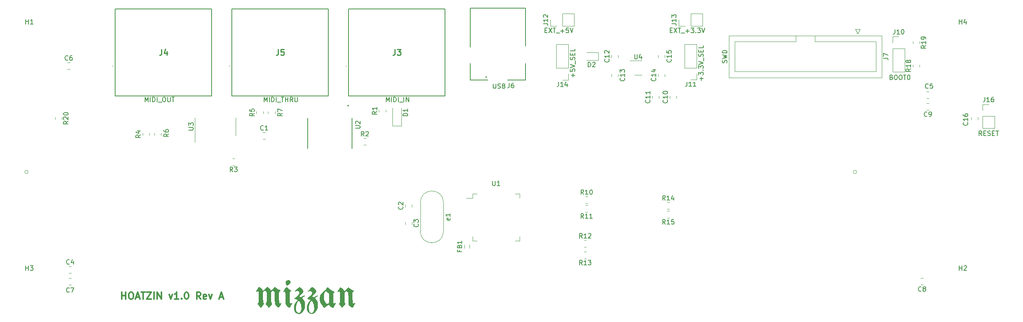
<source format=gbr>
%TF.GenerationSoftware,KiCad,Pcbnew,(6.0.6-0)*%
%TF.CreationDate,2022-07-07T15:16:10+02:00*%
%TF.ProjectId,hoatzin,686f6174-7a69-46e2-9e6b-696361645f70,rev?*%
%TF.SameCoordinates,Original*%
%TF.FileFunction,Legend,Top*%
%TF.FilePolarity,Positive*%
%FSLAX46Y46*%
G04 Gerber Fmt 4.6, Leading zero omitted, Abs format (unit mm)*
G04 Created by KiCad (PCBNEW (6.0.6-0)) date 2022-07-07 15:16:10*
%MOMM*%
%LPD*%
G01*
G04 APERTURE LIST*
%ADD10C,0.150000*%
%ADD11C,0.300000*%
%ADD12C,0.254000*%
%ADD13C,0.120000*%
%ADD14C,0.200000*%
%ADD15C,0.100000*%
%ADD16C,0.127000*%
G04 APERTURE END LIST*
D10*
X180144523Y-55742571D02*
X180477857Y-55742571D01*
X180620714Y-56266380D02*
X180144523Y-56266380D01*
X180144523Y-55266380D01*
X180620714Y-55266380D01*
X180954047Y-55266380D02*
X181620714Y-56266380D01*
X181620714Y-55266380D02*
X180954047Y-56266380D01*
X181858809Y-55266380D02*
X182430238Y-55266380D01*
X182144523Y-56266380D02*
X182144523Y-55266380D01*
X182525476Y-56361619D02*
X183287380Y-56361619D01*
X183525476Y-55885428D02*
X184287380Y-55885428D01*
X183906428Y-56266380D02*
X183906428Y-55504476D01*
X184668333Y-55266380D02*
X185287380Y-55266380D01*
X184954047Y-55647333D01*
X185096904Y-55647333D01*
X185192142Y-55694952D01*
X185239761Y-55742571D01*
X185287380Y-55837809D01*
X185287380Y-56075904D01*
X185239761Y-56171142D01*
X185192142Y-56218761D01*
X185096904Y-56266380D01*
X184811190Y-56266380D01*
X184715952Y-56218761D01*
X184668333Y-56171142D01*
X185715952Y-56171142D02*
X185763571Y-56218761D01*
X185715952Y-56266380D01*
X185668333Y-56218761D01*
X185715952Y-56171142D01*
X185715952Y-56266380D01*
X186096904Y-55266380D02*
X186715952Y-55266380D01*
X186382619Y-55647333D01*
X186525476Y-55647333D01*
X186620714Y-55694952D01*
X186668333Y-55742571D01*
X186715952Y-55837809D01*
X186715952Y-56075904D01*
X186668333Y-56171142D01*
X186620714Y-56218761D01*
X186525476Y-56266380D01*
X186239761Y-56266380D01*
X186144523Y-56218761D01*
X186096904Y-56171142D01*
X187001666Y-55266380D02*
X187335000Y-56266380D01*
X187668333Y-55266380D01*
X65834952Y-71318380D02*
X65834952Y-70318380D01*
X66168285Y-71032666D01*
X66501619Y-70318380D01*
X66501619Y-71318380D01*
X66977809Y-71318380D02*
X66977809Y-70318380D01*
X67454000Y-71318380D02*
X67454000Y-70318380D01*
X67692095Y-70318380D01*
X67834952Y-70366000D01*
X67930190Y-70461238D01*
X67977809Y-70556476D01*
X68025428Y-70746952D01*
X68025428Y-70889809D01*
X67977809Y-71080285D01*
X67930190Y-71175523D01*
X67834952Y-71270761D01*
X67692095Y-71318380D01*
X67454000Y-71318380D01*
X68454000Y-71318380D02*
X68454000Y-70318380D01*
X68692095Y-71413619D02*
X69454000Y-71413619D01*
X69882571Y-70318380D02*
X70073047Y-70318380D01*
X70168285Y-70366000D01*
X70263523Y-70461238D01*
X70311142Y-70651714D01*
X70311142Y-70985047D01*
X70263523Y-71175523D01*
X70168285Y-71270761D01*
X70073047Y-71318380D01*
X69882571Y-71318380D01*
X69787333Y-71270761D01*
X69692095Y-71175523D01*
X69644476Y-70985047D01*
X69644476Y-70651714D01*
X69692095Y-70461238D01*
X69787333Y-70366000D01*
X69882571Y-70318380D01*
X70739714Y-70318380D02*
X70739714Y-71127904D01*
X70787333Y-71223142D01*
X70834952Y-71270761D01*
X70930190Y-71318380D01*
X71120666Y-71318380D01*
X71215904Y-71270761D01*
X71263523Y-71223142D01*
X71311142Y-71127904D01*
X71311142Y-70318380D01*
X71644476Y-70318380D02*
X72215904Y-70318380D01*
X71930190Y-71318380D02*
X71930190Y-70318380D01*
X186954428Y-66640285D02*
X186954428Y-65878380D01*
X187335380Y-66259333D02*
X186573476Y-66259333D01*
X186335380Y-65497428D02*
X186335380Y-64878380D01*
X186716333Y-65211714D01*
X186716333Y-65068857D01*
X186763952Y-64973619D01*
X186811571Y-64926000D01*
X186906809Y-64878380D01*
X187144904Y-64878380D01*
X187240142Y-64926000D01*
X187287761Y-64973619D01*
X187335380Y-65068857D01*
X187335380Y-65354571D01*
X187287761Y-65449809D01*
X187240142Y-65497428D01*
X187240142Y-64449809D02*
X187287761Y-64402190D01*
X187335380Y-64449809D01*
X187287761Y-64497428D01*
X187240142Y-64449809D01*
X187335380Y-64449809D01*
X186335380Y-64068857D02*
X186335380Y-63449809D01*
X186716333Y-63783142D01*
X186716333Y-63640285D01*
X186763952Y-63545047D01*
X186811571Y-63497428D01*
X186906809Y-63449809D01*
X187144904Y-63449809D01*
X187240142Y-63497428D01*
X187287761Y-63545047D01*
X187335380Y-63640285D01*
X187335380Y-63926000D01*
X187287761Y-64021238D01*
X187240142Y-64068857D01*
X186335380Y-63164095D02*
X187335380Y-62830761D01*
X186335380Y-62497428D01*
X187430619Y-62402190D02*
X187430619Y-61640285D01*
X187287761Y-61449809D02*
X187335380Y-61306952D01*
X187335380Y-61068857D01*
X187287761Y-60973619D01*
X187240142Y-60926000D01*
X187144904Y-60878380D01*
X187049666Y-60878380D01*
X186954428Y-60926000D01*
X186906809Y-60973619D01*
X186859190Y-61068857D01*
X186811571Y-61259333D01*
X186763952Y-61354571D01*
X186716333Y-61402190D01*
X186621095Y-61449809D01*
X186525857Y-61449809D01*
X186430619Y-61402190D01*
X186383000Y-61354571D01*
X186335380Y-61259333D01*
X186335380Y-61021238D01*
X186383000Y-60878380D01*
X186811571Y-60449809D02*
X186811571Y-60116476D01*
X187335380Y-59973619D02*
X187335380Y-60449809D01*
X186335380Y-60449809D01*
X186335380Y-59973619D01*
X187335380Y-59068857D02*
X187335380Y-59545047D01*
X186335380Y-59545047D01*
X91750952Y-71318380D02*
X91750952Y-70318380D01*
X92084285Y-71032666D01*
X92417619Y-70318380D01*
X92417619Y-71318380D01*
X92893809Y-71318380D02*
X92893809Y-70318380D01*
X93370000Y-71318380D02*
X93370000Y-70318380D01*
X93608095Y-70318380D01*
X93750952Y-70366000D01*
X93846190Y-70461238D01*
X93893809Y-70556476D01*
X93941428Y-70746952D01*
X93941428Y-70889809D01*
X93893809Y-71080285D01*
X93846190Y-71175523D01*
X93750952Y-71270761D01*
X93608095Y-71318380D01*
X93370000Y-71318380D01*
X94370000Y-71318380D02*
X94370000Y-70318380D01*
X94608095Y-71413619D02*
X95370000Y-71413619D01*
X95465238Y-70318380D02*
X96036666Y-70318380D01*
X95750952Y-71318380D02*
X95750952Y-70318380D01*
X96370000Y-71318380D02*
X96370000Y-70318380D01*
X96370000Y-70794571D02*
X96941428Y-70794571D01*
X96941428Y-71318380D02*
X96941428Y-70318380D01*
X97989047Y-71318380D02*
X97655714Y-70842190D01*
X97417619Y-71318380D02*
X97417619Y-70318380D01*
X97798571Y-70318380D01*
X97893809Y-70366000D01*
X97941428Y-70413619D01*
X97989047Y-70508857D01*
X97989047Y-70651714D01*
X97941428Y-70746952D01*
X97893809Y-70794571D01*
X97798571Y-70842190D01*
X97417619Y-70842190D01*
X98417619Y-70318380D02*
X98417619Y-71127904D01*
X98465238Y-71223142D01*
X98512857Y-71270761D01*
X98608095Y-71318380D01*
X98798571Y-71318380D01*
X98893809Y-71270761D01*
X98941428Y-71223142D01*
X98989047Y-71127904D01*
X98989047Y-70318380D01*
X118317619Y-71318380D02*
X118317619Y-70318380D01*
X118650952Y-71032666D01*
X118984285Y-70318380D01*
X118984285Y-71318380D01*
X119460476Y-71318380D02*
X119460476Y-70318380D01*
X119936666Y-71318380D02*
X119936666Y-70318380D01*
X120174761Y-70318380D01*
X120317619Y-70366000D01*
X120412857Y-70461238D01*
X120460476Y-70556476D01*
X120508095Y-70746952D01*
X120508095Y-70889809D01*
X120460476Y-71080285D01*
X120412857Y-71175523D01*
X120317619Y-71270761D01*
X120174761Y-71318380D01*
X119936666Y-71318380D01*
X120936666Y-71318380D02*
X120936666Y-70318380D01*
X121174761Y-71413619D02*
X121936666Y-71413619D01*
X122174761Y-71318380D02*
X122174761Y-70318380D01*
X122650952Y-71318380D02*
X122650952Y-70318380D01*
X123222380Y-71318380D01*
X123222380Y-70318380D01*
X228290666Y-65968571D02*
X228433523Y-66016190D01*
X228481142Y-66063809D01*
X228528761Y-66159047D01*
X228528761Y-66301904D01*
X228481142Y-66397142D01*
X228433523Y-66444761D01*
X228338285Y-66492380D01*
X227957333Y-66492380D01*
X227957333Y-65492380D01*
X228290666Y-65492380D01*
X228385904Y-65540000D01*
X228433523Y-65587619D01*
X228481142Y-65682857D01*
X228481142Y-65778095D01*
X228433523Y-65873333D01*
X228385904Y-65920952D01*
X228290666Y-65968571D01*
X227957333Y-65968571D01*
X229147809Y-65492380D02*
X229338285Y-65492380D01*
X229433523Y-65540000D01*
X229528761Y-65635238D01*
X229576380Y-65825714D01*
X229576380Y-66159047D01*
X229528761Y-66349523D01*
X229433523Y-66444761D01*
X229338285Y-66492380D01*
X229147809Y-66492380D01*
X229052571Y-66444761D01*
X228957333Y-66349523D01*
X228909714Y-66159047D01*
X228909714Y-65825714D01*
X228957333Y-65635238D01*
X229052571Y-65540000D01*
X229147809Y-65492380D01*
X230195428Y-65492380D02*
X230385904Y-65492380D01*
X230481142Y-65540000D01*
X230576380Y-65635238D01*
X230624000Y-65825714D01*
X230624000Y-66159047D01*
X230576380Y-66349523D01*
X230481142Y-66444761D01*
X230385904Y-66492380D01*
X230195428Y-66492380D01*
X230100190Y-66444761D01*
X230004952Y-66349523D01*
X229957333Y-66159047D01*
X229957333Y-65825714D01*
X230004952Y-65635238D01*
X230100190Y-65540000D01*
X230195428Y-65492380D01*
X230909714Y-65492380D02*
X231481142Y-65492380D01*
X231195428Y-66492380D02*
X231195428Y-65492380D01*
X232004952Y-65492380D02*
X232100190Y-65492380D01*
X232195428Y-65540000D01*
X232243047Y-65587619D01*
X232290666Y-65682857D01*
X232338285Y-65873333D01*
X232338285Y-66111428D01*
X232290666Y-66301904D01*
X232243047Y-66397142D01*
X232195428Y-66444761D01*
X232100190Y-66492380D01*
X232004952Y-66492380D01*
X231909714Y-66444761D01*
X231862095Y-66397142D01*
X231814476Y-66301904D01*
X231766857Y-66111428D01*
X231766857Y-65873333D01*
X231814476Y-65682857D01*
X231862095Y-65587619D01*
X231909714Y-65540000D01*
X232004952Y-65492380D01*
X159014428Y-65926000D02*
X159014428Y-65164095D01*
X159395380Y-65545047D02*
X158633476Y-65545047D01*
X158395380Y-64211714D02*
X158395380Y-64687904D01*
X158871571Y-64735523D01*
X158823952Y-64687904D01*
X158776333Y-64592666D01*
X158776333Y-64354571D01*
X158823952Y-64259333D01*
X158871571Y-64211714D01*
X158966809Y-64164095D01*
X159204904Y-64164095D01*
X159300142Y-64211714D01*
X159347761Y-64259333D01*
X159395380Y-64354571D01*
X159395380Y-64592666D01*
X159347761Y-64687904D01*
X159300142Y-64735523D01*
X158395380Y-63878380D02*
X159395380Y-63545047D01*
X158395380Y-63211714D01*
X159490619Y-63116476D02*
X159490619Y-62354571D01*
X159347761Y-62164095D02*
X159395380Y-62021238D01*
X159395380Y-61783142D01*
X159347761Y-61687904D01*
X159300142Y-61640285D01*
X159204904Y-61592666D01*
X159109666Y-61592666D01*
X159014428Y-61640285D01*
X158966809Y-61687904D01*
X158919190Y-61783142D01*
X158871571Y-61973619D01*
X158823952Y-62068857D01*
X158776333Y-62116476D01*
X158681095Y-62164095D01*
X158585857Y-62164095D01*
X158490619Y-62116476D01*
X158443000Y-62068857D01*
X158395380Y-61973619D01*
X158395380Y-61735523D01*
X158443000Y-61592666D01*
X158871571Y-61164095D02*
X158871571Y-60830761D01*
X159395380Y-60687904D02*
X159395380Y-61164095D01*
X158395380Y-61164095D01*
X158395380Y-60687904D01*
X159395380Y-59783142D02*
X159395380Y-60259333D01*
X158395380Y-60259333D01*
D11*
X60790714Y-114343571D02*
X60790714Y-112843571D01*
X60790714Y-113557857D02*
X61647857Y-113557857D01*
X61647857Y-114343571D02*
X61647857Y-112843571D01*
X62647857Y-112843571D02*
X62933571Y-112843571D01*
X63076428Y-112915000D01*
X63219285Y-113057857D01*
X63290714Y-113343571D01*
X63290714Y-113843571D01*
X63219285Y-114129285D01*
X63076428Y-114272142D01*
X62933571Y-114343571D01*
X62647857Y-114343571D01*
X62505000Y-114272142D01*
X62362142Y-114129285D01*
X62290714Y-113843571D01*
X62290714Y-113343571D01*
X62362142Y-113057857D01*
X62505000Y-112915000D01*
X62647857Y-112843571D01*
X63862142Y-113915000D02*
X64576428Y-113915000D01*
X63719285Y-114343571D02*
X64219285Y-112843571D01*
X64719285Y-114343571D01*
X65005000Y-112843571D02*
X65862142Y-112843571D01*
X65433571Y-114343571D02*
X65433571Y-112843571D01*
X66219285Y-112843571D02*
X67219285Y-112843571D01*
X66219285Y-114343571D01*
X67219285Y-114343571D01*
X67790714Y-114343571D02*
X67790714Y-112843571D01*
X68505000Y-114343571D02*
X68505000Y-112843571D01*
X69362142Y-114343571D01*
X69362142Y-112843571D01*
X71076428Y-113343571D02*
X71433571Y-114343571D01*
X71790714Y-113343571D01*
X73147857Y-114343571D02*
X72290714Y-114343571D01*
X72719285Y-114343571D02*
X72719285Y-112843571D01*
X72576428Y-113057857D01*
X72433571Y-113200714D01*
X72290714Y-113272142D01*
X73790714Y-114200714D02*
X73862142Y-114272142D01*
X73790714Y-114343571D01*
X73719285Y-114272142D01*
X73790714Y-114200714D01*
X73790714Y-114343571D01*
X74790714Y-112843571D02*
X74933571Y-112843571D01*
X75076428Y-112915000D01*
X75147857Y-112986428D01*
X75219285Y-113129285D01*
X75290714Y-113415000D01*
X75290714Y-113772142D01*
X75219285Y-114057857D01*
X75147857Y-114200714D01*
X75076428Y-114272142D01*
X74933571Y-114343571D01*
X74790714Y-114343571D01*
X74647857Y-114272142D01*
X74576428Y-114200714D01*
X74505000Y-114057857D01*
X74433571Y-113772142D01*
X74433571Y-113415000D01*
X74505000Y-113129285D01*
X74576428Y-112986428D01*
X74647857Y-112915000D01*
X74790714Y-112843571D01*
X77933571Y-114343571D02*
X77433571Y-113629285D01*
X77076428Y-114343571D02*
X77076428Y-112843571D01*
X77647857Y-112843571D01*
X77790714Y-112915000D01*
X77862142Y-112986428D01*
X77933571Y-113129285D01*
X77933571Y-113343571D01*
X77862142Y-113486428D01*
X77790714Y-113557857D01*
X77647857Y-113629285D01*
X77076428Y-113629285D01*
X79147857Y-114272142D02*
X79005000Y-114343571D01*
X78719285Y-114343571D01*
X78576428Y-114272142D01*
X78505000Y-114129285D01*
X78505000Y-113557857D01*
X78576428Y-113415000D01*
X78719285Y-113343571D01*
X79005000Y-113343571D01*
X79147857Y-113415000D01*
X79219285Y-113557857D01*
X79219285Y-113700714D01*
X78505000Y-113843571D01*
X79719285Y-113343571D02*
X80076428Y-114343571D01*
X80433571Y-113343571D01*
X82076428Y-113915000D02*
X82790714Y-113915000D01*
X81933571Y-114343571D02*
X82433571Y-112843571D01*
X82933571Y-114343571D01*
D10*
X247975619Y-78684380D02*
X247642285Y-78208190D01*
X247404190Y-78684380D02*
X247404190Y-77684380D01*
X247785142Y-77684380D01*
X247880380Y-77732000D01*
X247928000Y-77779619D01*
X247975619Y-77874857D01*
X247975619Y-78017714D01*
X247928000Y-78112952D01*
X247880380Y-78160571D01*
X247785142Y-78208190D01*
X247404190Y-78208190D01*
X248404190Y-78160571D02*
X248737523Y-78160571D01*
X248880380Y-78684380D02*
X248404190Y-78684380D01*
X248404190Y-77684380D01*
X248880380Y-77684380D01*
X249261333Y-78636761D02*
X249404190Y-78684380D01*
X249642285Y-78684380D01*
X249737523Y-78636761D01*
X249785142Y-78589142D01*
X249832761Y-78493904D01*
X249832761Y-78398666D01*
X249785142Y-78303428D01*
X249737523Y-78255809D01*
X249642285Y-78208190D01*
X249451809Y-78160571D01*
X249356571Y-78112952D01*
X249308952Y-78065333D01*
X249261333Y-77970095D01*
X249261333Y-77874857D01*
X249308952Y-77779619D01*
X249356571Y-77732000D01*
X249451809Y-77684380D01*
X249689904Y-77684380D01*
X249832761Y-77732000D01*
X250261333Y-78160571D02*
X250594666Y-78160571D01*
X250737523Y-78684380D02*
X250261333Y-78684380D01*
X250261333Y-77684380D01*
X250737523Y-77684380D01*
X251023238Y-77684380D02*
X251594666Y-77684380D01*
X251308952Y-78684380D02*
X251308952Y-77684380D01*
X192428761Y-62825142D02*
X192476380Y-62682285D01*
X192476380Y-62444190D01*
X192428761Y-62348952D01*
X192381142Y-62301333D01*
X192285904Y-62253714D01*
X192190666Y-62253714D01*
X192095428Y-62301333D01*
X192047809Y-62348952D01*
X192000190Y-62444190D01*
X191952571Y-62634666D01*
X191904952Y-62729904D01*
X191857333Y-62777523D01*
X191762095Y-62825142D01*
X191666857Y-62825142D01*
X191571619Y-62777523D01*
X191524000Y-62729904D01*
X191476380Y-62634666D01*
X191476380Y-62396571D01*
X191524000Y-62253714D01*
X191476380Y-61920380D02*
X192476380Y-61682285D01*
X191762095Y-61491809D01*
X192476380Y-61301333D01*
X191476380Y-61063238D01*
X192476380Y-60682285D02*
X191476380Y-60682285D01*
X191476380Y-60444190D01*
X191524000Y-60301333D01*
X191619238Y-60206095D01*
X191714476Y-60158476D01*
X191904952Y-60110857D01*
X192047809Y-60110857D01*
X192238285Y-60158476D01*
X192333523Y-60206095D01*
X192428761Y-60301333D01*
X192476380Y-60444190D01*
X192476380Y-60682285D01*
X141613095Y-67397380D02*
X141613095Y-68206904D01*
X141660714Y-68302142D01*
X141708333Y-68349761D01*
X141803571Y-68397380D01*
X141994047Y-68397380D01*
X142089285Y-68349761D01*
X142136904Y-68302142D01*
X142184523Y-68206904D01*
X142184523Y-67397380D01*
X142613095Y-68349761D02*
X142755952Y-68397380D01*
X142994047Y-68397380D01*
X143089285Y-68349761D01*
X143136904Y-68302142D01*
X143184523Y-68206904D01*
X143184523Y-68111666D01*
X143136904Y-68016428D01*
X143089285Y-67968809D01*
X142994047Y-67921190D01*
X142803571Y-67873571D01*
X142708333Y-67825952D01*
X142660714Y-67778333D01*
X142613095Y-67683095D01*
X142613095Y-67587857D01*
X142660714Y-67492619D01*
X142708333Y-67445000D01*
X142803571Y-67397380D01*
X143041666Y-67397380D01*
X143184523Y-67445000D01*
X143946428Y-67873571D02*
X144089285Y-67921190D01*
X144136904Y-67968809D01*
X144184523Y-68064047D01*
X144184523Y-68206904D01*
X144136904Y-68302142D01*
X144089285Y-68349761D01*
X143994047Y-68397380D01*
X143613095Y-68397380D01*
X143613095Y-67397380D01*
X143946428Y-67397380D01*
X144041666Y-67445000D01*
X144089285Y-67492619D01*
X144136904Y-67587857D01*
X144136904Y-67683095D01*
X144089285Y-67778333D01*
X144041666Y-67825952D01*
X143946428Y-67873571D01*
X143613095Y-67873571D01*
X152918809Y-55742571D02*
X153252142Y-55742571D01*
X153395000Y-56266380D02*
X152918809Y-56266380D01*
X152918809Y-55266380D01*
X153395000Y-55266380D01*
X153728333Y-55266380D02*
X154395000Y-56266380D01*
X154395000Y-55266380D02*
X153728333Y-56266380D01*
X154633095Y-55266380D02*
X155204523Y-55266380D01*
X154918809Y-56266380D02*
X154918809Y-55266380D01*
X155299761Y-56361619D02*
X156061666Y-56361619D01*
X156299761Y-55885428D02*
X157061666Y-55885428D01*
X156680714Y-56266380D02*
X156680714Y-55504476D01*
X158014047Y-55266380D02*
X157537857Y-55266380D01*
X157490238Y-55742571D01*
X157537857Y-55694952D01*
X157633095Y-55647333D01*
X157871190Y-55647333D01*
X157966428Y-55694952D01*
X158014047Y-55742571D01*
X158061666Y-55837809D01*
X158061666Y-56075904D01*
X158014047Y-56171142D01*
X157966428Y-56218761D01*
X157871190Y-56266380D01*
X157633095Y-56266380D01*
X157537857Y-56218761D01*
X157490238Y-56171142D01*
X158347380Y-55266380D02*
X158680714Y-56266380D01*
X159014047Y-55266380D01*
%TO.C,C9*%
X236053333Y-74427142D02*
X236005714Y-74474761D01*
X235862857Y-74522380D01*
X235767619Y-74522380D01*
X235624761Y-74474761D01*
X235529523Y-74379523D01*
X235481904Y-74284285D01*
X235434285Y-74093809D01*
X235434285Y-73950952D01*
X235481904Y-73760476D01*
X235529523Y-73665238D01*
X235624761Y-73570000D01*
X235767619Y-73522380D01*
X235862857Y-73522380D01*
X236005714Y-73570000D01*
X236053333Y-73617619D01*
X236529523Y-74522380D02*
X236720000Y-74522380D01*
X236815238Y-74474761D01*
X236862857Y-74427142D01*
X236958095Y-74284285D01*
X237005714Y-74093809D01*
X237005714Y-73712857D01*
X236958095Y-73617619D01*
X236910476Y-73570000D01*
X236815238Y-73522380D01*
X236624761Y-73522380D01*
X236529523Y-73570000D01*
X236481904Y-73617619D01*
X236434285Y-73712857D01*
X236434285Y-73950952D01*
X236481904Y-74046190D01*
X236529523Y-74093809D01*
X236624761Y-74141428D01*
X236815238Y-74141428D01*
X236910476Y-74093809D01*
X236958095Y-74046190D01*
X237005714Y-73950952D01*
%TO.C,J11*%
X183787476Y-66979380D02*
X183787476Y-67693666D01*
X183739857Y-67836523D01*
X183644619Y-67931761D01*
X183501761Y-67979380D01*
X183406523Y-67979380D01*
X184787476Y-67979380D02*
X184216047Y-67979380D01*
X184501761Y-67979380D02*
X184501761Y-66979380D01*
X184406523Y-67122238D01*
X184311285Y-67217476D01*
X184216047Y-67265095D01*
X185739857Y-67979380D02*
X185168428Y-67979380D01*
X185454142Y-67979380D02*
X185454142Y-66979380D01*
X185358904Y-67122238D01*
X185263666Y-67217476D01*
X185168428Y-67265095D01*
%TO.C,R15*%
X179062142Y-97987380D02*
X178728809Y-97511190D01*
X178490714Y-97987380D02*
X178490714Y-96987380D01*
X178871666Y-96987380D01*
X178966904Y-97035000D01*
X179014523Y-97082619D01*
X179062142Y-97177857D01*
X179062142Y-97320714D01*
X179014523Y-97415952D01*
X178966904Y-97463571D01*
X178871666Y-97511190D01*
X178490714Y-97511190D01*
X180014523Y-97987380D02*
X179443095Y-97987380D01*
X179728809Y-97987380D02*
X179728809Y-96987380D01*
X179633571Y-97130238D01*
X179538333Y-97225476D01*
X179443095Y-97273095D01*
X180919285Y-96987380D02*
X180443095Y-96987380D01*
X180395476Y-97463571D01*
X180443095Y-97415952D01*
X180538333Y-97368333D01*
X180776428Y-97368333D01*
X180871666Y-97415952D01*
X180919285Y-97463571D01*
X180966904Y-97558809D01*
X180966904Y-97796904D01*
X180919285Y-97892142D01*
X180871666Y-97939761D01*
X180776428Y-97987380D01*
X180538333Y-97987380D01*
X180443095Y-97939761D01*
X180395476Y-97892142D01*
%TO.C,R2*%
X113498333Y-78812380D02*
X113165000Y-78336190D01*
X112926904Y-78812380D02*
X112926904Y-77812380D01*
X113307857Y-77812380D01*
X113403095Y-77860000D01*
X113450714Y-77907619D01*
X113498333Y-78002857D01*
X113498333Y-78145714D01*
X113450714Y-78240952D01*
X113403095Y-78288571D01*
X113307857Y-78336190D01*
X112926904Y-78336190D01*
X113879285Y-77907619D02*
X113926904Y-77860000D01*
X114022142Y-77812380D01*
X114260238Y-77812380D01*
X114355476Y-77860000D01*
X114403095Y-77907619D01*
X114450714Y-78002857D01*
X114450714Y-78098095D01*
X114403095Y-78240952D01*
X113831666Y-78812380D01*
X114450714Y-78812380D01*
%TO.C,C15*%
X180284142Y-62044857D02*
X180331761Y-62092476D01*
X180379380Y-62235333D01*
X180379380Y-62330571D01*
X180331761Y-62473428D01*
X180236523Y-62568666D01*
X180141285Y-62616285D01*
X179950809Y-62663904D01*
X179807952Y-62663904D01*
X179617476Y-62616285D01*
X179522238Y-62568666D01*
X179427000Y-62473428D01*
X179379380Y-62330571D01*
X179379380Y-62235333D01*
X179427000Y-62092476D01*
X179474619Y-62044857D01*
X180379380Y-61092476D02*
X180379380Y-61663904D01*
X180379380Y-61378190D02*
X179379380Y-61378190D01*
X179522238Y-61473428D01*
X179617476Y-61568666D01*
X179665095Y-61663904D01*
X179379380Y-60187714D02*
X179379380Y-60663904D01*
X179855571Y-60711523D01*
X179807952Y-60663904D01*
X179760333Y-60568666D01*
X179760333Y-60330571D01*
X179807952Y-60235333D01*
X179855571Y-60187714D01*
X179950809Y-60140095D01*
X180188904Y-60140095D01*
X180284142Y-60187714D01*
X180331761Y-60235333D01*
X180379380Y-60330571D01*
X180379380Y-60568666D01*
X180331761Y-60663904D01*
X180284142Y-60711523D01*
%TO.C,R6*%
X70937380Y-78322102D02*
X70461190Y-78655436D01*
X70937380Y-78893531D02*
X69937380Y-78893531D01*
X69937380Y-78512578D01*
X69985000Y-78417340D01*
X70032619Y-78369721D01*
X70127857Y-78322102D01*
X70270714Y-78322102D01*
X70365952Y-78369721D01*
X70413571Y-78417340D01*
X70461190Y-78512578D01*
X70461190Y-78893531D01*
X69937380Y-77464959D02*
X69937380Y-77655436D01*
X69985000Y-77750674D01*
X70032619Y-77798293D01*
X70175476Y-77893531D01*
X70365952Y-77941150D01*
X70746904Y-77941150D01*
X70842142Y-77893531D01*
X70889761Y-77845912D01*
X70937380Y-77750674D01*
X70937380Y-77560197D01*
X70889761Y-77464959D01*
X70842142Y-77417340D01*
X70746904Y-77369721D01*
X70508809Y-77369721D01*
X70413571Y-77417340D01*
X70365952Y-77464959D01*
X70318333Y-77560197D01*
X70318333Y-77750674D01*
X70365952Y-77845912D01*
X70413571Y-77893531D01*
X70508809Y-77941150D01*
%TO.C,C8*%
X234783333Y-112527142D02*
X234735714Y-112574761D01*
X234592857Y-112622380D01*
X234497619Y-112622380D01*
X234354761Y-112574761D01*
X234259523Y-112479523D01*
X234211904Y-112384285D01*
X234164285Y-112193809D01*
X234164285Y-112050952D01*
X234211904Y-111860476D01*
X234259523Y-111765238D01*
X234354761Y-111670000D01*
X234497619Y-111622380D01*
X234592857Y-111622380D01*
X234735714Y-111670000D01*
X234783333Y-111717619D01*
X235354761Y-112050952D02*
X235259523Y-112003333D01*
X235211904Y-111955714D01*
X235164285Y-111860476D01*
X235164285Y-111812857D01*
X235211904Y-111717619D01*
X235259523Y-111670000D01*
X235354761Y-111622380D01*
X235545238Y-111622380D01*
X235640476Y-111670000D01*
X235688095Y-111717619D01*
X235735714Y-111812857D01*
X235735714Y-111860476D01*
X235688095Y-111955714D01*
X235640476Y-112003333D01*
X235545238Y-112050952D01*
X235354761Y-112050952D01*
X235259523Y-112098571D01*
X235211904Y-112146190D01*
X235164285Y-112241428D01*
X235164285Y-112431904D01*
X235211904Y-112527142D01*
X235259523Y-112574761D01*
X235354761Y-112622380D01*
X235545238Y-112622380D01*
X235640476Y-112574761D01*
X235688095Y-112527142D01*
X235735714Y-112431904D01*
X235735714Y-112241428D01*
X235688095Y-112146190D01*
X235640476Y-112098571D01*
X235545238Y-112050952D01*
%TO.C,H3*%
X39878095Y-108072380D02*
X39878095Y-107072380D01*
X39878095Y-107548571D02*
X40449523Y-107548571D01*
X40449523Y-108072380D02*
X40449523Y-107072380D01*
X40830476Y-107072380D02*
X41449523Y-107072380D01*
X41116190Y-107453333D01*
X41259047Y-107453333D01*
X41354285Y-107500952D01*
X41401904Y-107548571D01*
X41449523Y-107643809D01*
X41449523Y-107881904D01*
X41401904Y-107977142D01*
X41354285Y-108024761D01*
X41259047Y-108072380D01*
X40973333Y-108072380D01*
X40878095Y-108024761D01*
X40830476Y-107977142D01*
%TO.C,J7*%
X226532380Y-61810833D02*
X227246666Y-61810833D01*
X227389523Y-61858452D01*
X227484761Y-61953690D01*
X227532380Y-62096547D01*
X227532380Y-62191785D01*
X226532380Y-61429880D02*
X226532380Y-60763214D01*
X227532380Y-61191785D01*
%TO.C,C11*%
X175654142Y-70934857D02*
X175701761Y-70982476D01*
X175749380Y-71125333D01*
X175749380Y-71220571D01*
X175701761Y-71363428D01*
X175606523Y-71458666D01*
X175511285Y-71506285D01*
X175320809Y-71553904D01*
X175177952Y-71553904D01*
X174987476Y-71506285D01*
X174892238Y-71458666D01*
X174797000Y-71363428D01*
X174749380Y-71220571D01*
X174749380Y-71125333D01*
X174797000Y-70982476D01*
X174844619Y-70934857D01*
X175749380Y-69982476D02*
X175749380Y-70553904D01*
X175749380Y-70268190D02*
X174749380Y-70268190D01*
X174892238Y-70363428D01*
X174987476Y-70458666D01*
X175035095Y-70553904D01*
X175749380Y-69030095D02*
X175749380Y-69601523D01*
X175749380Y-69315809D02*
X174749380Y-69315809D01*
X174892238Y-69411047D01*
X174987476Y-69506285D01*
X175035095Y-69601523D01*
%TO.C,e1*%
X132199761Y-96705712D02*
X132247380Y-96800950D01*
X132247380Y-96991426D01*
X132199761Y-97086664D01*
X132104523Y-97134283D01*
X131723571Y-97134283D01*
X131628333Y-97086664D01*
X131580714Y-96991426D01*
X131580714Y-96800950D01*
X131628333Y-96705712D01*
X131723571Y-96658093D01*
X131818809Y-96658093D01*
X131914047Y-97134283D01*
X132247380Y-95705712D02*
X132247380Y-96277140D01*
X132247380Y-95991426D02*
X131247380Y-95991426D01*
X131390238Y-96086664D01*
X131485476Y-96181902D01*
X131533095Y-96277140D01*
%TO.C,C12*%
X166764142Y-62044857D02*
X166811761Y-62092476D01*
X166859380Y-62235333D01*
X166859380Y-62330571D01*
X166811761Y-62473428D01*
X166716523Y-62568666D01*
X166621285Y-62616285D01*
X166430809Y-62663904D01*
X166287952Y-62663904D01*
X166097476Y-62616285D01*
X166002238Y-62568666D01*
X165907000Y-62473428D01*
X165859380Y-62330571D01*
X165859380Y-62235333D01*
X165907000Y-62092476D01*
X165954619Y-62044857D01*
X166859380Y-61092476D02*
X166859380Y-61663904D01*
X166859380Y-61378190D02*
X165859380Y-61378190D01*
X166002238Y-61473428D01*
X166097476Y-61568666D01*
X166145095Y-61663904D01*
X165954619Y-60711523D02*
X165907000Y-60663904D01*
X165859380Y-60568666D01*
X165859380Y-60330571D01*
X165907000Y-60235333D01*
X165954619Y-60187714D01*
X166049857Y-60140095D01*
X166145095Y-60140095D01*
X166287952Y-60187714D01*
X166859380Y-60759142D01*
X166859380Y-60140095D01*
%TO.C,C13*%
X170124142Y-66174857D02*
X170171761Y-66222476D01*
X170219380Y-66365333D01*
X170219380Y-66460571D01*
X170171761Y-66603428D01*
X170076523Y-66698666D01*
X169981285Y-66746285D01*
X169790809Y-66793904D01*
X169647952Y-66793904D01*
X169457476Y-66746285D01*
X169362238Y-66698666D01*
X169267000Y-66603428D01*
X169219380Y-66460571D01*
X169219380Y-66365333D01*
X169267000Y-66222476D01*
X169314619Y-66174857D01*
X170219380Y-65222476D02*
X170219380Y-65793904D01*
X170219380Y-65508190D02*
X169219380Y-65508190D01*
X169362238Y-65603428D01*
X169457476Y-65698666D01*
X169505095Y-65793904D01*
X169219380Y-64889142D02*
X169219380Y-64270095D01*
X169600333Y-64603428D01*
X169600333Y-64460571D01*
X169647952Y-64365333D01*
X169695571Y-64317714D01*
X169790809Y-64270095D01*
X170028904Y-64270095D01*
X170124142Y-64317714D01*
X170171761Y-64365333D01*
X170219380Y-64460571D01*
X170219380Y-64746285D01*
X170171761Y-64841523D01*
X170124142Y-64889142D01*
D12*
%TO.C,J4*%
X69426666Y-59883523D02*
X69426666Y-60790666D01*
X69366190Y-60972095D01*
X69245238Y-61093047D01*
X69063809Y-61153523D01*
X68942857Y-61153523D01*
X70575714Y-60306857D02*
X70575714Y-61153523D01*
X70273333Y-59823047D02*
X69970952Y-60730190D01*
X70757142Y-60730190D01*
D10*
%TO.C,C10*%
X179464142Y-70934857D02*
X179511761Y-70982476D01*
X179559380Y-71125333D01*
X179559380Y-71220571D01*
X179511761Y-71363428D01*
X179416523Y-71458666D01*
X179321285Y-71506285D01*
X179130809Y-71553904D01*
X178987952Y-71553904D01*
X178797476Y-71506285D01*
X178702238Y-71458666D01*
X178607000Y-71363428D01*
X178559380Y-71220571D01*
X178559380Y-71125333D01*
X178607000Y-70982476D01*
X178654619Y-70934857D01*
X179559380Y-69982476D02*
X179559380Y-70553904D01*
X179559380Y-70268190D02*
X178559380Y-70268190D01*
X178702238Y-70363428D01*
X178797476Y-70458666D01*
X178845095Y-70553904D01*
X178559380Y-69363428D02*
X178559380Y-69268190D01*
X178607000Y-69172952D01*
X178654619Y-69125333D01*
X178749857Y-69077714D01*
X178940333Y-69030095D01*
X179178428Y-69030095D01*
X179368904Y-69077714D01*
X179464142Y-69125333D01*
X179511761Y-69172952D01*
X179559380Y-69268190D01*
X179559380Y-69363428D01*
X179511761Y-69458666D01*
X179464142Y-69506285D01*
X179368904Y-69553904D01*
X179178428Y-69601523D01*
X178940333Y-69601523D01*
X178749857Y-69553904D01*
X178654619Y-69506285D01*
X178607000Y-69458666D01*
X178559380Y-69363428D01*
%TO.C,R5*%
X89607380Y-73826666D02*
X89131190Y-74160000D01*
X89607380Y-74398095D02*
X88607380Y-74398095D01*
X88607380Y-74017142D01*
X88655000Y-73921904D01*
X88702619Y-73874285D01*
X88797857Y-73826666D01*
X88940714Y-73826666D01*
X89035952Y-73874285D01*
X89083571Y-73921904D01*
X89131190Y-74017142D01*
X89131190Y-74398095D01*
X88607380Y-72921904D02*
X88607380Y-73398095D01*
X89083571Y-73445714D01*
X89035952Y-73398095D01*
X88988333Y-73302857D01*
X88988333Y-73064761D01*
X89035952Y-72969523D01*
X89083571Y-72921904D01*
X89178809Y-72874285D01*
X89416904Y-72874285D01*
X89512142Y-72921904D01*
X89559761Y-72969523D01*
X89607380Y-73064761D01*
X89607380Y-73302857D01*
X89559761Y-73398095D01*
X89512142Y-73445714D01*
%TO.C,J16*%
X248640476Y-70332380D02*
X248640476Y-71046666D01*
X248592857Y-71189523D01*
X248497619Y-71284761D01*
X248354761Y-71332380D01*
X248259523Y-71332380D01*
X249640476Y-71332380D02*
X249069047Y-71332380D01*
X249354761Y-71332380D02*
X249354761Y-70332380D01*
X249259523Y-70475238D01*
X249164285Y-70570476D01*
X249069047Y-70618095D01*
X250497619Y-70332380D02*
X250307142Y-70332380D01*
X250211904Y-70380000D01*
X250164285Y-70427619D01*
X250069047Y-70570476D01*
X250021428Y-70760952D01*
X250021428Y-71141904D01*
X250069047Y-71237142D01*
X250116666Y-71284761D01*
X250211904Y-71332380D01*
X250402380Y-71332380D01*
X250497619Y-71284761D01*
X250545238Y-71237142D01*
X250592857Y-71141904D01*
X250592857Y-70903809D01*
X250545238Y-70808571D01*
X250497619Y-70760952D01*
X250402380Y-70713333D01*
X250211904Y-70713333D01*
X250116666Y-70760952D01*
X250069047Y-70808571D01*
X250021428Y-70903809D01*
%TO.C,D2*%
X162268904Y-63704380D02*
X162268904Y-62704380D01*
X162507000Y-62704380D01*
X162649857Y-62752000D01*
X162745095Y-62847238D01*
X162792714Y-62942476D01*
X162840333Y-63132952D01*
X162840333Y-63275809D01*
X162792714Y-63466285D01*
X162745095Y-63561523D01*
X162649857Y-63656761D01*
X162507000Y-63704380D01*
X162268904Y-63704380D01*
X163221285Y-62799619D02*
X163268904Y-62752000D01*
X163364142Y-62704380D01*
X163602238Y-62704380D01*
X163697476Y-62752000D01*
X163745095Y-62799619D01*
X163792714Y-62894857D01*
X163792714Y-62990095D01*
X163745095Y-63132952D01*
X163173666Y-63704380D01*
X163792714Y-63704380D01*
%TO.C,R18*%
X232482380Y-64142857D02*
X232006190Y-64476190D01*
X232482380Y-64714285D02*
X231482380Y-64714285D01*
X231482380Y-64333333D01*
X231530000Y-64238095D01*
X231577619Y-64190476D01*
X231672857Y-64142857D01*
X231815714Y-64142857D01*
X231910952Y-64190476D01*
X231958571Y-64238095D01*
X232006190Y-64333333D01*
X232006190Y-64714285D01*
X232482380Y-63190476D02*
X232482380Y-63761904D01*
X232482380Y-63476190D02*
X231482380Y-63476190D01*
X231625238Y-63571428D01*
X231720476Y-63666666D01*
X231768095Y-63761904D01*
X231910952Y-62619047D02*
X231863333Y-62714285D01*
X231815714Y-62761904D01*
X231720476Y-62809523D01*
X231672857Y-62809523D01*
X231577619Y-62761904D01*
X231530000Y-62714285D01*
X231482380Y-62619047D01*
X231482380Y-62428571D01*
X231530000Y-62333333D01*
X231577619Y-62285714D01*
X231672857Y-62238095D01*
X231720476Y-62238095D01*
X231815714Y-62285714D01*
X231863333Y-62333333D01*
X231910952Y-62428571D01*
X231910952Y-62619047D01*
X231958571Y-62714285D01*
X232006190Y-62761904D01*
X232101428Y-62809523D01*
X232291904Y-62809523D01*
X232387142Y-62761904D01*
X232434761Y-62714285D01*
X232482380Y-62619047D01*
X232482380Y-62428571D01*
X232434761Y-62333333D01*
X232387142Y-62285714D01*
X232291904Y-62238095D01*
X232101428Y-62238095D01*
X232006190Y-62285714D01*
X231958571Y-62333333D01*
X231910952Y-62428571D01*
%TO.C,H1*%
X39878095Y-54352380D02*
X39878095Y-53352380D01*
X39878095Y-53828571D02*
X40449523Y-53828571D01*
X40449523Y-54352380D02*
X40449523Y-53352380D01*
X41449523Y-54352380D02*
X40878095Y-54352380D01*
X41163809Y-54352380D02*
X41163809Y-53352380D01*
X41068571Y-53495238D01*
X40973333Y-53590476D01*
X40878095Y-53638095D01*
%TO.C,U1*%
X141478095Y-88572380D02*
X141478095Y-89381904D01*
X141525714Y-89477142D01*
X141573333Y-89524761D01*
X141668571Y-89572380D01*
X141859047Y-89572380D01*
X141954285Y-89524761D01*
X142001904Y-89477142D01*
X142049523Y-89381904D01*
X142049523Y-88572380D01*
X143049523Y-89572380D02*
X142478095Y-89572380D01*
X142763809Y-89572380D02*
X142763809Y-88572380D01*
X142668571Y-88715238D01*
X142573333Y-88810476D01*
X142478095Y-88858095D01*
%TO.C,J10*%
X229060476Y-55557380D02*
X229060476Y-56271666D01*
X229012857Y-56414523D01*
X228917619Y-56509761D01*
X228774761Y-56557380D01*
X228679523Y-56557380D01*
X230060476Y-56557380D02*
X229489047Y-56557380D01*
X229774761Y-56557380D02*
X229774761Y-55557380D01*
X229679523Y-55700238D01*
X229584285Y-55795476D01*
X229489047Y-55843095D01*
X230679523Y-55557380D02*
X230774761Y-55557380D01*
X230870000Y-55605000D01*
X230917619Y-55652619D01*
X230965238Y-55747857D01*
X231012857Y-55938333D01*
X231012857Y-56176428D01*
X230965238Y-56366904D01*
X230917619Y-56462142D01*
X230870000Y-56509761D01*
X230774761Y-56557380D01*
X230679523Y-56557380D01*
X230584285Y-56509761D01*
X230536666Y-56462142D01*
X230489047Y-56366904D01*
X230441428Y-56176428D01*
X230441428Y-55938333D01*
X230489047Y-55747857D01*
X230536666Y-55652619D01*
X230584285Y-55605000D01*
X230679523Y-55557380D01*
%TO.C,U4*%
X172405095Y-60994380D02*
X172405095Y-61803904D01*
X172452714Y-61899142D01*
X172500333Y-61946761D01*
X172595571Y-61994380D01*
X172786047Y-61994380D01*
X172881285Y-61946761D01*
X172928904Y-61899142D01*
X172976523Y-61803904D01*
X172976523Y-60994380D01*
X173881285Y-61327714D02*
X173881285Y-61994380D01*
X173643190Y-60946761D02*
X173405095Y-61661047D01*
X174024142Y-61661047D01*
%TO.C,C16*%
X244832142Y-75834109D02*
X244879761Y-75881728D01*
X244927380Y-76024585D01*
X244927380Y-76119823D01*
X244879761Y-76262680D01*
X244784523Y-76357918D01*
X244689285Y-76405537D01*
X244498809Y-76453156D01*
X244355952Y-76453156D01*
X244165476Y-76405537D01*
X244070238Y-76357918D01*
X243975000Y-76262680D01*
X243927380Y-76119823D01*
X243927380Y-76024585D01*
X243975000Y-75881728D01*
X244022619Y-75834109D01*
X244927380Y-74881728D02*
X244927380Y-75453156D01*
X244927380Y-75167442D02*
X243927380Y-75167442D01*
X244070238Y-75262680D01*
X244165476Y-75357918D01*
X244213095Y-75453156D01*
X243927380Y-74024585D02*
X243927380Y-74215061D01*
X243975000Y-74310299D01*
X244022619Y-74357918D01*
X244165476Y-74453156D01*
X244355952Y-74500775D01*
X244736904Y-74500775D01*
X244832142Y-74453156D01*
X244879761Y-74405537D01*
X244927380Y-74310299D01*
X244927380Y-74119823D01*
X244879761Y-74024585D01*
X244832142Y-73976966D01*
X244736904Y-73929347D01*
X244498809Y-73929347D01*
X244403571Y-73976966D01*
X244355952Y-74024585D01*
X244308333Y-74119823D01*
X244308333Y-74310299D01*
X244355952Y-74405537D01*
X244403571Y-74453156D01*
X244498809Y-74500775D01*
%TO.C,H2*%
X243078095Y-108072380D02*
X243078095Y-107072380D01*
X243078095Y-107548571D02*
X243649523Y-107548571D01*
X243649523Y-108072380D02*
X243649523Y-107072380D01*
X244078095Y-107167619D02*
X244125714Y-107120000D01*
X244220952Y-107072380D01*
X244459047Y-107072380D01*
X244554285Y-107120000D01*
X244601904Y-107167619D01*
X244649523Y-107262857D01*
X244649523Y-107358095D01*
X244601904Y-107500952D01*
X244030476Y-108072380D01*
X244649523Y-108072380D01*
%TO.C,J14*%
X155847476Y-66994380D02*
X155847476Y-67708666D01*
X155799857Y-67851523D01*
X155704619Y-67946761D01*
X155561761Y-67994380D01*
X155466523Y-67994380D01*
X156847476Y-67994380D02*
X156276047Y-67994380D01*
X156561761Y-67994380D02*
X156561761Y-66994380D01*
X156466523Y-67137238D01*
X156371285Y-67232476D01*
X156276047Y-67280095D01*
X157704619Y-67327714D02*
X157704619Y-67994380D01*
X157466523Y-66946761D02*
X157228428Y-67661047D01*
X157847476Y-67661047D01*
%TO.C,D1*%
X123007380Y-74398095D02*
X122007380Y-74398095D01*
X122007380Y-74160000D01*
X122055000Y-74017142D01*
X122150238Y-73921904D01*
X122245476Y-73874285D01*
X122435952Y-73826666D01*
X122578809Y-73826666D01*
X122769285Y-73874285D01*
X122864523Y-73921904D01*
X122959761Y-74017142D01*
X123007380Y-74160000D01*
X123007380Y-74398095D01*
X123007380Y-72874285D02*
X123007380Y-73445714D01*
X123007380Y-73160000D02*
X122007380Y-73160000D01*
X122150238Y-73255238D01*
X122245476Y-73350476D01*
X122293095Y-73445714D01*
%TO.C,J13*%
X180449380Y-54271523D02*
X181163666Y-54271523D01*
X181306523Y-54319142D01*
X181401761Y-54414380D01*
X181449380Y-54557238D01*
X181449380Y-54652476D01*
X181449380Y-53271523D02*
X181449380Y-53842952D01*
X181449380Y-53557238D02*
X180449380Y-53557238D01*
X180592238Y-53652476D01*
X180687476Y-53747714D01*
X180735095Y-53842952D01*
X180449380Y-52938190D02*
X180449380Y-52319142D01*
X180830333Y-52652476D01*
X180830333Y-52509619D01*
X180877952Y-52414380D01*
X180925571Y-52366761D01*
X181020809Y-52319142D01*
X181258904Y-52319142D01*
X181354142Y-52366761D01*
X181401761Y-52414380D01*
X181449380Y-52509619D01*
X181449380Y-52795333D01*
X181401761Y-52890571D01*
X181354142Y-52938190D01*
%TO.C,R7*%
X95702380Y-73826666D02*
X95226190Y-74160000D01*
X95702380Y-74398095D02*
X94702380Y-74398095D01*
X94702380Y-74017142D01*
X94750000Y-73921904D01*
X94797619Y-73874285D01*
X94892857Y-73826666D01*
X95035714Y-73826666D01*
X95130952Y-73874285D01*
X95178571Y-73921904D01*
X95226190Y-74017142D01*
X95226190Y-74398095D01*
X94702380Y-73493333D02*
X94702380Y-72826666D01*
X95702380Y-73255238D01*
%TO.C,R3*%
X84923333Y-86557380D02*
X84590000Y-86081190D01*
X84351904Y-86557380D02*
X84351904Y-85557380D01*
X84732857Y-85557380D01*
X84828095Y-85605000D01*
X84875714Y-85652619D01*
X84923333Y-85747857D01*
X84923333Y-85890714D01*
X84875714Y-85985952D01*
X84828095Y-86033571D01*
X84732857Y-86081190D01*
X84351904Y-86081190D01*
X85256666Y-85557380D02*
X85875714Y-85557380D01*
X85542380Y-85938333D01*
X85685238Y-85938333D01*
X85780476Y-85985952D01*
X85828095Y-86033571D01*
X85875714Y-86128809D01*
X85875714Y-86366904D01*
X85828095Y-86462142D01*
X85780476Y-86509761D01*
X85685238Y-86557380D01*
X85399523Y-86557380D01*
X85304285Y-86509761D01*
X85256666Y-86462142D01*
%TO.C,C5*%
X236314585Y-68302142D02*
X236266966Y-68349761D01*
X236124109Y-68397380D01*
X236028871Y-68397380D01*
X235886013Y-68349761D01*
X235790775Y-68254523D01*
X235743156Y-68159285D01*
X235695537Y-67968809D01*
X235695537Y-67825952D01*
X235743156Y-67635476D01*
X235790775Y-67540238D01*
X235886013Y-67445000D01*
X236028871Y-67397380D01*
X236124109Y-67397380D01*
X236266966Y-67445000D01*
X236314585Y-67492619D01*
X237219347Y-67397380D02*
X236743156Y-67397380D01*
X236695537Y-67873571D01*
X236743156Y-67825952D01*
X236838394Y-67778333D01*
X237076490Y-67778333D01*
X237171728Y-67825952D01*
X237219347Y-67873571D01*
X237266966Y-67968809D01*
X237266966Y-68206904D01*
X237219347Y-68302142D01*
X237171728Y-68349761D01*
X237076490Y-68397380D01*
X236838394Y-68397380D01*
X236743156Y-68349761D01*
X236695537Y-68302142D01*
%TO.C,R13*%
X161004642Y-106877380D02*
X160671309Y-106401190D01*
X160433214Y-106877380D02*
X160433214Y-105877380D01*
X160814166Y-105877380D01*
X160909404Y-105925000D01*
X160957023Y-105972619D01*
X161004642Y-106067857D01*
X161004642Y-106210714D01*
X160957023Y-106305952D01*
X160909404Y-106353571D01*
X160814166Y-106401190D01*
X160433214Y-106401190D01*
X161957023Y-106877380D02*
X161385595Y-106877380D01*
X161671309Y-106877380D02*
X161671309Y-105877380D01*
X161576071Y-106020238D01*
X161480833Y-106115476D01*
X161385595Y-106163095D01*
X162290357Y-105877380D02*
X162909404Y-105877380D01*
X162576071Y-106258333D01*
X162718928Y-106258333D01*
X162814166Y-106305952D01*
X162861785Y-106353571D01*
X162909404Y-106448809D01*
X162909404Y-106686904D01*
X162861785Y-106782142D01*
X162814166Y-106829761D01*
X162718928Y-106877380D01*
X162433214Y-106877380D01*
X162337976Y-106829761D01*
X162290357Y-106782142D01*
%TO.C,R1*%
X116277380Y-73469166D02*
X115801190Y-73802500D01*
X116277380Y-74040595D02*
X115277380Y-74040595D01*
X115277380Y-73659642D01*
X115325000Y-73564404D01*
X115372619Y-73516785D01*
X115467857Y-73469166D01*
X115610714Y-73469166D01*
X115705952Y-73516785D01*
X115753571Y-73564404D01*
X115801190Y-73659642D01*
X115801190Y-74040595D01*
X116277380Y-72516785D02*
X116277380Y-73088214D01*
X116277380Y-72802500D02*
X115277380Y-72802500D01*
X115420238Y-72897738D01*
X115515476Y-72992976D01*
X115563095Y-73088214D01*
%TO.C,C7*%
X49363333Y-112752142D02*
X49315714Y-112799761D01*
X49172857Y-112847380D01*
X49077619Y-112847380D01*
X48934761Y-112799761D01*
X48839523Y-112704523D01*
X48791904Y-112609285D01*
X48744285Y-112418809D01*
X48744285Y-112275952D01*
X48791904Y-112085476D01*
X48839523Y-111990238D01*
X48934761Y-111895000D01*
X49077619Y-111847380D01*
X49172857Y-111847380D01*
X49315714Y-111895000D01*
X49363333Y-111942619D01*
X49696666Y-111847380D02*
X50363333Y-111847380D01*
X49934761Y-112847380D01*
%TO.C,R10*%
X161282142Y-91512380D02*
X160948809Y-91036190D01*
X160710714Y-91512380D02*
X160710714Y-90512380D01*
X161091666Y-90512380D01*
X161186904Y-90560000D01*
X161234523Y-90607619D01*
X161282142Y-90702857D01*
X161282142Y-90845714D01*
X161234523Y-90940952D01*
X161186904Y-90988571D01*
X161091666Y-91036190D01*
X160710714Y-91036190D01*
X162234523Y-91512380D02*
X161663095Y-91512380D01*
X161948809Y-91512380D02*
X161948809Y-90512380D01*
X161853571Y-90655238D01*
X161758333Y-90750476D01*
X161663095Y-90798095D01*
X162853571Y-90512380D02*
X162948809Y-90512380D01*
X163044047Y-90560000D01*
X163091666Y-90607619D01*
X163139285Y-90702857D01*
X163186904Y-90893333D01*
X163186904Y-91131428D01*
X163139285Y-91321904D01*
X163091666Y-91417142D01*
X163044047Y-91464761D01*
X162948809Y-91512380D01*
X162853571Y-91512380D01*
X162758333Y-91464761D01*
X162710714Y-91417142D01*
X162663095Y-91321904D01*
X162615476Y-91131428D01*
X162615476Y-90893333D01*
X162663095Y-90702857D01*
X162710714Y-90607619D01*
X162758333Y-90560000D01*
X162853571Y-90512380D01*
%TO.C,H4*%
X243078095Y-54352380D02*
X243078095Y-53352380D01*
X243078095Y-53828571D02*
X243649523Y-53828571D01*
X243649523Y-54352380D02*
X243649523Y-53352380D01*
X244554285Y-53685714D02*
X244554285Y-54352380D01*
X244316190Y-53304761D02*
X244078095Y-54019047D01*
X244697142Y-54019047D01*
%TO.C,R11*%
X161282142Y-96717380D02*
X160948809Y-96241190D01*
X160710714Y-96717380D02*
X160710714Y-95717380D01*
X161091666Y-95717380D01*
X161186904Y-95765000D01*
X161234523Y-95812619D01*
X161282142Y-95907857D01*
X161282142Y-96050714D01*
X161234523Y-96145952D01*
X161186904Y-96193571D01*
X161091666Y-96241190D01*
X160710714Y-96241190D01*
X162234523Y-96717380D02*
X161663095Y-96717380D01*
X161948809Y-96717380D02*
X161948809Y-95717380D01*
X161853571Y-95860238D01*
X161758333Y-95955476D01*
X161663095Y-96003095D01*
X163186904Y-96717380D02*
X162615476Y-96717380D01*
X162901190Y-96717380D02*
X162901190Y-95717380D01*
X162805952Y-95860238D01*
X162710714Y-95955476D01*
X162615476Y-96003095D01*
%TO.C,C14*%
X176924142Y-66174857D02*
X176971761Y-66222476D01*
X177019380Y-66365333D01*
X177019380Y-66460571D01*
X176971761Y-66603428D01*
X176876523Y-66698666D01*
X176781285Y-66746285D01*
X176590809Y-66793904D01*
X176447952Y-66793904D01*
X176257476Y-66746285D01*
X176162238Y-66698666D01*
X176067000Y-66603428D01*
X176019380Y-66460571D01*
X176019380Y-66365333D01*
X176067000Y-66222476D01*
X176114619Y-66174857D01*
X177019380Y-65222476D02*
X177019380Y-65793904D01*
X177019380Y-65508190D02*
X176019380Y-65508190D01*
X176162238Y-65603428D01*
X176257476Y-65698666D01*
X176305095Y-65793904D01*
X176352714Y-64365333D02*
X177019380Y-64365333D01*
X175971761Y-64603428D02*
X176686047Y-64841523D01*
X176686047Y-64222476D01*
%TO.C,R19*%
X235782380Y-59062857D02*
X235306190Y-59396190D01*
X235782380Y-59634285D02*
X234782380Y-59634285D01*
X234782380Y-59253333D01*
X234830000Y-59158095D01*
X234877619Y-59110476D01*
X234972857Y-59062857D01*
X235115714Y-59062857D01*
X235210952Y-59110476D01*
X235258571Y-59158095D01*
X235306190Y-59253333D01*
X235306190Y-59634285D01*
X235782380Y-58110476D02*
X235782380Y-58681904D01*
X235782380Y-58396190D02*
X234782380Y-58396190D01*
X234925238Y-58491428D01*
X235020476Y-58586666D01*
X235068095Y-58681904D01*
X235782380Y-57634285D02*
X235782380Y-57443809D01*
X235734761Y-57348571D01*
X235687142Y-57300952D01*
X235544285Y-57205714D01*
X235353809Y-57158095D01*
X234972857Y-57158095D01*
X234877619Y-57205714D01*
X234830000Y-57253333D01*
X234782380Y-57348571D01*
X234782380Y-57539047D01*
X234830000Y-57634285D01*
X234877619Y-57681904D01*
X234972857Y-57729523D01*
X235210952Y-57729523D01*
X235306190Y-57681904D01*
X235353809Y-57634285D01*
X235401428Y-57539047D01*
X235401428Y-57348571D01*
X235353809Y-57253333D01*
X235306190Y-57205714D01*
X235210952Y-57158095D01*
%TO.C,FB1*%
X134268571Y-103703333D02*
X134268571Y-104036666D01*
X134792380Y-104036666D02*
X133792380Y-104036666D01*
X133792380Y-103560476D01*
X134268571Y-102846190D02*
X134316190Y-102703333D01*
X134363809Y-102655714D01*
X134459047Y-102608095D01*
X134601904Y-102608095D01*
X134697142Y-102655714D01*
X134744761Y-102703333D01*
X134792380Y-102798571D01*
X134792380Y-103179523D01*
X133792380Y-103179523D01*
X133792380Y-102846190D01*
X133840000Y-102750952D01*
X133887619Y-102703333D01*
X133982857Y-102655714D01*
X134078095Y-102655714D01*
X134173333Y-102703333D01*
X134220952Y-102750952D01*
X134268571Y-102846190D01*
X134268571Y-103179523D01*
X134792380Y-101655714D02*
X134792380Y-102227142D01*
X134792380Y-101941428D02*
X133792380Y-101941428D01*
X133935238Y-102036666D01*
X134030476Y-102131904D01*
X134078095Y-102227142D01*
%TO.C,R12*%
X161004642Y-101037380D02*
X160671309Y-100561190D01*
X160433214Y-101037380D02*
X160433214Y-100037380D01*
X160814166Y-100037380D01*
X160909404Y-100085000D01*
X160957023Y-100132619D01*
X161004642Y-100227857D01*
X161004642Y-100370714D01*
X160957023Y-100465952D01*
X160909404Y-100513571D01*
X160814166Y-100561190D01*
X160433214Y-100561190D01*
X161957023Y-101037380D02*
X161385595Y-101037380D01*
X161671309Y-101037380D02*
X161671309Y-100037380D01*
X161576071Y-100180238D01*
X161480833Y-100275476D01*
X161385595Y-100323095D01*
X162337976Y-100132619D02*
X162385595Y-100085000D01*
X162480833Y-100037380D01*
X162718928Y-100037380D01*
X162814166Y-100085000D01*
X162861785Y-100132619D01*
X162909404Y-100227857D01*
X162909404Y-100323095D01*
X162861785Y-100465952D01*
X162290357Y-101037380D01*
X162909404Y-101037380D01*
%TO.C,R4*%
X64842380Y-78549166D02*
X64366190Y-78882500D01*
X64842380Y-79120595D02*
X63842380Y-79120595D01*
X63842380Y-78739642D01*
X63890000Y-78644404D01*
X63937619Y-78596785D01*
X64032857Y-78549166D01*
X64175714Y-78549166D01*
X64270952Y-78596785D01*
X64318571Y-78644404D01*
X64366190Y-78739642D01*
X64366190Y-79120595D01*
X64175714Y-77692023D02*
X64842380Y-77692023D01*
X63794761Y-77930119D02*
X64509047Y-78168214D01*
X64509047Y-77549166D01*
%TO.C,C4*%
X49363333Y-106627142D02*
X49315714Y-106674761D01*
X49172857Y-106722380D01*
X49077619Y-106722380D01*
X48934761Y-106674761D01*
X48839523Y-106579523D01*
X48791904Y-106484285D01*
X48744285Y-106293809D01*
X48744285Y-106150952D01*
X48791904Y-105960476D01*
X48839523Y-105865238D01*
X48934761Y-105770000D01*
X49077619Y-105722380D01*
X49172857Y-105722380D01*
X49315714Y-105770000D01*
X49363333Y-105817619D01*
X50220476Y-106055714D02*
X50220476Y-106722380D01*
X49982380Y-105674761D02*
X49744285Y-106389047D01*
X50363333Y-106389047D01*
%TO.C,U3*%
X75325380Y-77469904D02*
X76134904Y-77469904D01*
X76230142Y-77422285D01*
X76277761Y-77374666D01*
X76325380Y-77279428D01*
X76325380Y-77088952D01*
X76277761Y-76993714D01*
X76230142Y-76946095D01*
X76134904Y-76898476D01*
X75325380Y-76898476D01*
X75325380Y-76517523D02*
X75325380Y-75898476D01*
X75706333Y-76231809D01*
X75706333Y-76088952D01*
X75753952Y-75993714D01*
X75801571Y-75946095D01*
X75896809Y-75898476D01*
X76134904Y-75898476D01*
X76230142Y-75946095D01*
X76277761Y-75993714D01*
X76325380Y-76088952D01*
X76325380Y-76374666D01*
X76277761Y-76469904D01*
X76230142Y-76517523D01*
D12*
%TO.C,J3*%
X120226666Y-59883523D02*
X120226666Y-60790666D01*
X120166190Y-60972095D01*
X120045238Y-61093047D01*
X119863809Y-61153523D01*
X119742857Y-61153523D01*
X120710476Y-59883523D02*
X121496666Y-59883523D01*
X121073333Y-60367333D01*
X121254761Y-60367333D01*
X121375714Y-60427809D01*
X121436190Y-60488285D01*
X121496666Y-60609238D01*
X121496666Y-60911619D01*
X121436190Y-61032571D01*
X121375714Y-61093047D01*
X121254761Y-61153523D01*
X120891904Y-61153523D01*
X120770952Y-61093047D01*
X120710476Y-61032571D01*
D10*
%TO.C,J12*%
X152509380Y-54271523D02*
X153223666Y-54271523D01*
X153366523Y-54319142D01*
X153461761Y-54414380D01*
X153509380Y-54557238D01*
X153509380Y-54652476D01*
X153509380Y-53271523D02*
X153509380Y-53842952D01*
X153509380Y-53557238D02*
X152509380Y-53557238D01*
X152652238Y-53652476D01*
X152747476Y-53747714D01*
X152795095Y-53842952D01*
X152604619Y-52890571D02*
X152557000Y-52842952D01*
X152509380Y-52747714D01*
X152509380Y-52509619D01*
X152557000Y-52414380D01*
X152604619Y-52366761D01*
X152699857Y-52319142D01*
X152795095Y-52319142D01*
X152937952Y-52366761D01*
X153509380Y-52938190D01*
X153509380Y-52319142D01*
%TO.C,R14*%
X179062142Y-92782380D02*
X178728809Y-92306190D01*
X178490714Y-92782380D02*
X178490714Y-91782380D01*
X178871666Y-91782380D01*
X178966904Y-91830000D01*
X179014523Y-91877619D01*
X179062142Y-91972857D01*
X179062142Y-92115714D01*
X179014523Y-92210952D01*
X178966904Y-92258571D01*
X178871666Y-92306190D01*
X178490714Y-92306190D01*
X180014523Y-92782380D02*
X179443095Y-92782380D01*
X179728809Y-92782380D02*
X179728809Y-91782380D01*
X179633571Y-91925238D01*
X179538333Y-92020476D01*
X179443095Y-92068095D01*
X180871666Y-92115714D02*
X180871666Y-92782380D01*
X180633571Y-91734761D02*
X180395476Y-92449047D01*
X181014523Y-92449047D01*
%TO.C,C2*%
X121867140Y-94146666D02*
X121914759Y-94194285D01*
X121962378Y-94337142D01*
X121962378Y-94432380D01*
X121914759Y-94575238D01*
X121819521Y-94670476D01*
X121724283Y-94718095D01*
X121533807Y-94765714D01*
X121390950Y-94765714D01*
X121200474Y-94718095D01*
X121105236Y-94670476D01*
X121009998Y-94575238D01*
X120962378Y-94432380D01*
X120962378Y-94337142D01*
X121009998Y-94194285D01*
X121057617Y-94146666D01*
X121057617Y-93765714D02*
X121009998Y-93718095D01*
X120962378Y-93622857D01*
X120962378Y-93384761D01*
X121009998Y-93289523D01*
X121057617Y-93241904D01*
X121152855Y-93194285D01*
X121248093Y-93194285D01*
X121390950Y-93241904D01*
X121962378Y-93813333D01*
X121962378Y-93194285D01*
%TO.C,C6*%
X49043333Y-62177142D02*
X48995714Y-62224761D01*
X48852857Y-62272380D01*
X48757619Y-62272380D01*
X48614761Y-62224761D01*
X48519523Y-62129523D01*
X48471904Y-62034285D01*
X48424285Y-61843809D01*
X48424285Y-61700952D01*
X48471904Y-61510476D01*
X48519523Y-61415238D01*
X48614761Y-61320000D01*
X48757619Y-61272380D01*
X48852857Y-61272380D01*
X48995714Y-61320000D01*
X49043333Y-61367619D01*
X49900476Y-61272380D02*
X49710000Y-61272380D01*
X49614761Y-61320000D01*
X49567142Y-61367619D01*
X49471904Y-61510476D01*
X49424285Y-61700952D01*
X49424285Y-62081904D01*
X49471904Y-62177142D01*
X49519523Y-62224761D01*
X49614761Y-62272380D01*
X49805238Y-62272380D01*
X49900476Y-62224761D01*
X49948095Y-62177142D01*
X49995714Y-62081904D01*
X49995714Y-61843809D01*
X49948095Y-61748571D01*
X49900476Y-61700952D01*
X49805238Y-61653333D01*
X49614761Y-61653333D01*
X49519523Y-61700952D01*
X49471904Y-61748571D01*
X49424285Y-61843809D01*
%TO.C,C3*%
X125227140Y-97956666D02*
X125274759Y-98004285D01*
X125322378Y-98147142D01*
X125322378Y-98242380D01*
X125274759Y-98385238D01*
X125179521Y-98480476D01*
X125084283Y-98528095D01*
X124893807Y-98575714D01*
X124750950Y-98575714D01*
X124560474Y-98528095D01*
X124465236Y-98480476D01*
X124369998Y-98385238D01*
X124322378Y-98242380D01*
X124322378Y-98147142D01*
X124369998Y-98004285D01*
X124417617Y-97956666D01*
X124322378Y-97623333D02*
X124322378Y-97004285D01*
X124703331Y-97337619D01*
X124703331Y-97194761D01*
X124750950Y-97099523D01*
X124798569Y-97051904D01*
X124893807Y-97004285D01*
X125131902Y-97004285D01*
X125227140Y-97051904D01*
X125274759Y-97099523D01*
X125322378Y-97194761D01*
X125322378Y-97480476D01*
X125274759Y-97575714D01*
X125227140Y-97623333D01*
%TO.C,U2*%
X111632380Y-77101904D02*
X112441904Y-77101904D01*
X112537142Y-77054285D01*
X112584761Y-77006666D01*
X112632380Y-76911428D01*
X112632380Y-76720952D01*
X112584761Y-76625714D01*
X112537142Y-76578095D01*
X112441904Y-76530476D01*
X111632380Y-76530476D01*
X111727619Y-76101904D02*
X111680000Y-76054285D01*
X111632380Y-75959047D01*
X111632380Y-75720952D01*
X111680000Y-75625714D01*
X111727619Y-75578095D01*
X111822857Y-75530476D01*
X111918095Y-75530476D01*
X112060952Y-75578095D01*
X112632380Y-76149523D01*
X112632380Y-75530476D01*
%TO.C,C1*%
X91593333Y-77417142D02*
X91545714Y-77464761D01*
X91402857Y-77512380D01*
X91307619Y-77512380D01*
X91164761Y-77464761D01*
X91069523Y-77369523D01*
X91021904Y-77274285D01*
X90974285Y-77083809D01*
X90974285Y-76940952D01*
X91021904Y-76750476D01*
X91069523Y-76655238D01*
X91164761Y-76560000D01*
X91307619Y-76512380D01*
X91402857Y-76512380D01*
X91545714Y-76560000D01*
X91593333Y-76607619D01*
X92545714Y-77512380D02*
X91974285Y-77512380D01*
X92260000Y-77512380D02*
X92260000Y-76512380D01*
X92164761Y-76655238D01*
X92069523Y-76750476D01*
X91974285Y-76798095D01*
%TO.C,J6*%
X145112691Y-67263462D02*
X145112691Y-67977759D01*
X145065071Y-68120618D01*
X144969831Y-68215858D01*
X144826972Y-68263478D01*
X144731732Y-68263478D01*
X146017467Y-67263462D02*
X145826988Y-67263462D01*
X145731748Y-67311082D01*
X145684129Y-67358701D01*
X145588889Y-67501561D01*
X145541269Y-67692040D01*
X145541269Y-68072998D01*
X145588889Y-68168238D01*
X145636509Y-68215858D01*
X145731748Y-68263478D01*
X145922228Y-68263478D01*
X146017467Y-68215858D01*
X146065087Y-68168238D01*
X146112707Y-68072998D01*
X146112707Y-67834899D01*
X146065087Y-67739660D01*
X146017467Y-67692040D01*
X145922228Y-67644420D01*
X145731748Y-67644420D01*
X145636509Y-67692040D01*
X145588889Y-67739660D01*
X145541269Y-67834899D01*
D12*
%TO.C,J5*%
X94826666Y-59883523D02*
X94826666Y-60790666D01*
X94766190Y-60972095D01*
X94645238Y-61093047D01*
X94463809Y-61153523D01*
X94342857Y-61153523D01*
X96036190Y-59883523D02*
X95431428Y-59883523D01*
X95370952Y-60488285D01*
X95431428Y-60427809D01*
X95552380Y-60367333D01*
X95854761Y-60367333D01*
X95975714Y-60427809D01*
X96036190Y-60488285D01*
X96096666Y-60609238D01*
X96096666Y-60911619D01*
X96036190Y-61032571D01*
X95975714Y-61093047D01*
X95854761Y-61153523D01*
X95552380Y-61153523D01*
X95431428Y-61093047D01*
X95370952Y-61032571D01*
D10*
%TO.C,R20*%
X49092380Y-75572857D02*
X48616190Y-75906190D01*
X49092380Y-76144285D02*
X48092380Y-76144285D01*
X48092380Y-75763333D01*
X48140000Y-75668095D01*
X48187619Y-75620476D01*
X48282857Y-75572857D01*
X48425714Y-75572857D01*
X48520952Y-75620476D01*
X48568571Y-75668095D01*
X48616190Y-75763333D01*
X48616190Y-76144285D01*
X48187619Y-75191904D02*
X48140000Y-75144285D01*
X48092380Y-75049047D01*
X48092380Y-74810952D01*
X48140000Y-74715714D01*
X48187619Y-74668095D01*
X48282857Y-74620476D01*
X48378095Y-74620476D01*
X48520952Y-74668095D01*
X49092380Y-75239523D01*
X49092380Y-74620476D01*
X48092380Y-74001428D02*
X48092380Y-73906190D01*
X48140000Y-73810952D01*
X48187619Y-73763333D01*
X48282857Y-73715714D01*
X48473333Y-73668095D01*
X48711428Y-73668095D01*
X48901904Y-73715714D01*
X48997142Y-73763333D01*
X49044761Y-73810952D01*
X49092380Y-73906190D01*
X49092380Y-74001428D01*
X49044761Y-74096666D01*
X48997142Y-74144285D01*
X48901904Y-74191904D01*
X48711428Y-74239523D01*
X48473333Y-74239523D01*
X48282857Y-74191904D01*
X48187619Y-74144285D01*
X48140000Y-74096666D01*
X48092380Y-74001428D01*
D13*
%TO.C,C9*%
X236481252Y-73125000D02*
X235958748Y-73125000D01*
X236481252Y-71655000D02*
X235958748Y-71655000D01*
%TO.C,J11*%
X183267000Y-63927000D02*
X183267000Y-58787000D01*
X185927000Y-63927000D02*
X183267000Y-63927000D01*
X185927000Y-65197000D02*
X185927000Y-66527000D01*
X185927000Y-58787000D02*
X183267000Y-58787000D01*
X185927000Y-66527000D02*
X184597000Y-66527000D01*
X185927000Y-63927000D02*
X185927000Y-58787000D01*
%TO.C,R15*%
X179932064Y-95150000D02*
X179477936Y-95150000D01*
X179932064Y-96620000D02*
X179477936Y-96620000D01*
%TO.C,R2*%
X113437936Y-79275000D02*
X113892064Y-79275000D01*
X113437936Y-80745000D02*
X113892064Y-80745000D01*
%TO.C,C15*%
X177512000Y-61140748D02*
X177512000Y-61663252D01*
X178982000Y-61140748D02*
X178982000Y-61663252D01*
%TO.C,R6*%
X69315000Y-78609564D02*
X69315000Y-78155436D01*
X67845000Y-78609564D02*
X67845000Y-78155436D01*
%TO.C,C8*%
X235211252Y-109755000D02*
X234688748Y-109755000D01*
X235211252Y-111225000D02*
X234688748Y-111225000D01*
%TO.C,J7*%
X226190000Y-56917500D02*
X226190000Y-66037500D01*
X194210000Y-64727500D02*
X194210000Y-58227500D01*
X207500000Y-58227500D02*
X207500000Y-58227500D01*
X226190000Y-66037500D02*
X192910000Y-66037500D01*
X224890000Y-58227500D02*
X224890000Y-64727500D01*
X207500000Y-58227500D02*
X207500000Y-56917500D01*
X192910000Y-66037500D02*
X192910000Y-56917500D01*
X211600000Y-56917500D02*
X211600000Y-58227500D01*
X211600000Y-58227500D02*
X224890000Y-58227500D01*
X224890000Y-64727500D02*
X194210000Y-64727500D01*
X220980000Y-56527500D02*
X221480000Y-55527500D01*
X194210000Y-58227500D02*
X207500000Y-58227500D01*
X220480000Y-55527500D02*
X220980000Y-56527500D01*
X221480000Y-55527500D02*
X220480000Y-55527500D01*
X192910000Y-56917500D02*
X226190000Y-56917500D01*
%TO.C,C11*%
X176242000Y-70553252D02*
X176242000Y-70030748D01*
X177712000Y-70553252D02*
X177712000Y-70030748D01*
%TO.C,G\u002A\u002A\u002A*%
G36*
X96661021Y-111687730D02*
G01*
X96755367Y-111755346D01*
X96880097Y-111863866D01*
X96954560Y-111934948D01*
X97105509Y-112076474D01*
X97263290Y-112213462D01*
X97402499Y-112324232D01*
X97452605Y-112359944D01*
X97580916Y-112457638D01*
X97636317Y-112529739D01*
X97636637Y-112558972D01*
X97600522Y-112611716D01*
X97583717Y-112618800D01*
X97537129Y-112643564D01*
X97461506Y-112704415D01*
X97447782Y-112716890D01*
X97341774Y-112814980D01*
X97341774Y-115132993D01*
X97448440Y-115216764D01*
X97555106Y-115300536D01*
X97641322Y-115219668D01*
X97740737Y-115154327D01*
X97828822Y-115143895D01*
X97884873Y-115190494D01*
X97886538Y-115194555D01*
X97875149Y-115246945D01*
X97830765Y-115350843D01*
X97762388Y-115489624D01*
X97679017Y-115646664D01*
X97589652Y-115805338D01*
X97503294Y-115949021D01*
X97428943Y-116061088D01*
X97391588Y-116108800D01*
X97298684Y-116172119D01*
X97183643Y-116172108D01*
X97040115Y-116107096D01*
X96861753Y-115975413D01*
X96851439Y-115966738D01*
X96668588Y-115790060D01*
X96534209Y-115614295D01*
X96501942Y-115556738D01*
X96474746Y-115500385D01*
X96452947Y-115445965D01*
X96435817Y-115384068D01*
X96422627Y-115305284D01*
X96412652Y-115200205D01*
X96405164Y-115059419D01*
X96399435Y-114873518D01*
X96394738Y-114633091D01*
X96390346Y-114328729D01*
X96387031Y-114069977D01*
X96381784Y-113685765D01*
X96375924Y-113374977D01*
X96368276Y-113131041D01*
X96357663Y-112947383D01*
X96342911Y-112817431D01*
X96322844Y-112734609D01*
X96296286Y-112692346D01*
X96262061Y-112684068D01*
X96218993Y-112703202D01*
X96165908Y-112743174D01*
X96151818Y-112754909D01*
X96026830Y-112838917D01*
X95937080Y-112851217D01*
X95882345Y-112791841D01*
X95881920Y-112790747D01*
X95894883Y-112737088D01*
X95945867Y-112632918D01*
X96025700Y-112492379D01*
X96125207Y-112329611D01*
X96235217Y-112158754D01*
X96346556Y-111993949D01*
X96450051Y-111849336D01*
X96536530Y-111739056D01*
X96596818Y-111677250D01*
X96608896Y-111670089D01*
X96661021Y-111687730D01*
G37*
G36*
X101073638Y-115969821D02*
G01*
X101089962Y-115839688D01*
X101120513Y-115715238D01*
X101148286Y-115628467D01*
X101299009Y-115276770D01*
X101511653Y-114938521D01*
X101663782Y-114745765D01*
X101756199Y-114633103D01*
X101798892Y-114558166D01*
X101785621Y-114506474D01*
X101710146Y-114463545D01*
X101566226Y-114414898D01*
X101514237Y-114398723D01*
X101309915Y-114332823D01*
X101179257Y-114279642D01*
X101118816Y-114230161D01*
X101125143Y-114175364D01*
X101194791Y-114106232D01*
X101324313Y-114013747D01*
X101358299Y-113990848D01*
X101683574Y-113752965D01*
X101931136Y-113528324D01*
X102100805Y-113317249D01*
X102192403Y-113120064D01*
X102205749Y-112937094D01*
X102140666Y-112768662D01*
X102077532Y-112688800D01*
X101946426Y-112604028D01*
X101780645Y-112576597D01*
X101603503Y-112608639D01*
X101533804Y-112639046D01*
X101398502Y-112692102D01*
X101308151Y-112689540D01*
X101269067Y-112631946D01*
X101267957Y-112614358D01*
X101298988Y-112546913D01*
X101390883Y-112431671D01*
X101541846Y-112270698D01*
X101718667Y-112096181D01*
X101922218Y-111905558D01*
X102079380Y-111771806D01*
X102196394Y-111691477D01*
X102279503Y-111661120D01*
X102334947Y-111677286D01*
X102368969Y-111736525D01*
X102369042Y-111736753D01*
X102425033Y-111811572D01*
X102478866Y-111841656D01*
X102565236Y-111890259D01*
X102681082Y-111982091D01*
X102805953Y-112097808D01*
X102919402Y-112218067D01*
X103000978Y-112323524D01*
X103016752Y-112350481D01*
X103069274Y-112525885D01*
X103068427Y-112719725D01*
X103018181Y-112884359D01*
X102927730Y-113021844D01*
X102790756Y-113185719D01*
X102626043Y-113356025D01*
X102452377Y-113512803D01*
X102353092Y-113591044D01*
X102131489Y-113754494D01*
X102347212Y-113852228D01*
X102474862Y-113905841D01*
X102556352Y-113925180D01*
X102616067Y-113913902D01*
X102646598Y-113897161D01*
X102911497Y-113739189D01*
X103126375Y-113630733D01*
X103288897Y-113572543D01*
X103396724Y-113565370D01*
X103447520Y-113609962D01*
X103451396Y-113638800D01*
X103414890Y-113718024D01*
X103331206Y-113779989D01*
X103194829Y-113852908D01*
X103058683Y-113931394D01*
X102940664Y-114004408D01*
X102858666Y-114060908D01*
X102830418Y-114088984D01*
X102856138Y-114126613D01*
X102924264Y-114205885D01*
X103021245Y-114311184D01*
X103044197Y-114335339D01*
X103183389Y-114492999D01*
X103287501Y-114644937D01*
X103361320Y-114806777D01*
X103409629Y-114994139D01*
X103437214Y-115222646D01*
X103448860Y-115507919D01*
X103450179Y-115660760D01*
X103451396Y-116282721D01*
X103302625Y-116583378D01*
X103187075Y-116783879D01*
X103039658Y-116993955D01*
X102912877Y-117146606D01*
X102670645Y-117372699D01*
X102430855Y-117519549D01*
X102191684Y-117587799D01*
X101951309Y-117578092D01*
X101808809Y-117536301D01*
X101567926Y-117402861D01*
X101352431Y-117202262D01*
X101198443Y-116986723D01*
X101149140Y-116895687D01*
X101116061Y-116808674D01*
X101095192Y-116705118D01*
X101082519Y-116564449D01*
X101074026Y-116366102D01*
X101073367Y-116345874D01*
X101071995Y-116278693D01*
X101511716Y-116278693D01*
X101516439Y-116436493D01*
X101543942Y-116736387D01*
X101598802Y-116968560D01*
X101684527Y-117141667D01*
X101804628Y-117264362D01*
X101868279Y-117304080D01*
X101990803Y-117361019D01*
X102086303Y-117373128D01*
X102193393Y-117341457D01*
X102252833Y-117314541D01*
X102395323Y-117207268D01*
X102515929Y-117038826D01*
X102594548Y-116850219D01*
X102617243Y-116721586D01*
X102629456Y-116535800D01*
X102631575Y-116314970D01*
X102623990Y-116081203D01*
X102607089Y-115856608D01*
X102581261Y-115663291D01*
X102572910Y-115619815D01*
X102511266Y-115400150D01*
X102421809Y-115177036D01*
X102316319Y-114974939D01*
X102206578Y-114818328D01*
X102166827Y-114776408D01*
X102107310Y-114730027D01*
X102054929Y-114719463D01*
X102001570Y-114752456D01*
X101939116Y-114836747D01*
X101859455Y-114980075D01*
X101773285Y-115151795D01*
X101647070Y-115437444D01*
X101565168Y-115701651D01*
X101521931Y-115972655D01*
X101511716Y-116278693D01*
X101071995Y-116278693D01*
X101068966Y-116130321D01*
X101073638Y-115969821D01*
G37*
G36*
X97197973Y-110198441D02*
G01*
X97348329Y-110260472D01*
X97443993Y-110378312D01*
X97483595Y-110515506D01*
X97493366Y-110642909D01*
X97470881Y-110748247D01*
X97407119Y-110873462D01*
X97406306Y-110874848D01*
X97279678Y-111050597D01*
X97131126Y-111194090D01*
X96975609Y-111295392D01*
X96828086Y-111344566D01*
X96712909Y-111335457D01*
X96600564Y-111254668D01*
X96517096Y-111104300D01*
X96460794Y-110881244D01*
X96459843Y-110875465D01*
X96441460Y-110726293D01*
X96447559Y-110620394D01*
X96480977Y-110524013D01*
X96491162Y-110502964D01*
X96608027Y-110338723D01*
X96768017Y-110236635D01*
X96980705Y-110190691D01*
X96989561Y-110190001D01*
X97197973Y-110198441D01*
G37*
G36*
X110429275Y-112021977D02*
G01*
X110594917Y-112162645D01*
X110729629Y-112259355D01*
X110857049Y-112326730D01*
X111000818Y-112379393D01*
X111013362Y-112383294D01*
X111151285Y-112430261D01*
X111257127Y-112474627D01*
X111308837Y-112507099D01*
X111309525Y-112508110D01*
X111296617Y-112555446D01*
X111236522Y-112634513D01*
X111169246Y-112702591D01*
X111003288Y-112855589D01*
X111005550Y-113927194D01*
X111007500Y-114294567D01*
X111012363Y-114589792D01*
X111021224Y-114820700D01*
X111035169Y-114995123D01*
X111055284Y-115120892D01*
X111082656Y-115205839D01*
X111118371Y-115257795D01*
X111163514Y-115284590D01*
X111194797Y-115291740D01*
X111298361Y-115268496D01*
X111358825Y-115215069D01*
X111439805Y-115154507D01*
X111514197Y-115158493D01*
X111559360Y-115221717D01*
X111564172Y-115263222D01*
X111543456Y-115338590D01*
X111488888Y-115455854D01*
X111411840Y-115590869D01*
X111403919Y-115603497D01*
X111326798Y-115728131D01*
X111269998Y-115825094D01*
X111244203Y-115876041D01*
X111243667Y-115878677D01*
X111223413Y-115922063D01*
X111171979Y-116007516D01*
X111138185Y-116059657D01*
X111039397Y-116176688D01*
X110949236Y-116218730D01*
X110945714Y-116218800D01*
X110842439Y-116191743D01*
X110706586Y-116120017D01*
X110559868Y-116017786D01*
X110424002Y-115899212D01*
X110373044Y-115845273D01*
X110301072Y-115762730D01*
X110243097Y-115690001D01*
X110197460Y-115617511D01*
X110162503Y-115535688D01*
X110136567Y-115434957D01*
X110117994Y-115305747D01*
X110105125Y-115138484D01*
X110096302Y-114923594D01*
X110089867Y-114651505D01*
X110084160Y-114312642D01*
X110081837Y-114164342D01*
X110061806Y-112889884D01*
X109921585Y-112771554D01*
X109798061Y-112671316D01*
X109710730Y-112621821D01*
X109635539Y-112621064D01*
X109548435Y-112667045D01*
X109458201Y-112732973D01*
X109260544Y-112882098D01*
X109248894Y-113880449D01*
X109246565Y-114162298D01*
X109246213Y-114423716D01*
X109247712Y-114652090D01*
X109250935Y-114834810D01*
X109255756Y-114959265D01*
X109260162Y-115005805D01*
X109306703Y-115125534D01*
X109381294Y-115225805D01*
X109448539Y-115299768D01*
X109479914Y-115354516D01*
X109480199Y-115357426D01*
X109454326Y-115403823D01*
X109386042Y-115487226D01*
X109296831Y-115582628D01*
X109166623Y-115725803D01*
X109032631Y-115890296D01*
X108963621Y-115983971D01*
X108876985Y-116096891D01*
X108798360Y-116179242D01*
X108749152Y-116211298D01*
X108684341Y-116185254D01*
X108602827Y-116092610D01*
X108575410Y-116051328D01*
X108492305Y-115935511D01*
X108375937Y-115793541D01*
X108250582Y-115654940D01*
X108242788Y-115646841D01*
X108136013Y-115533280D01*
X108052825Y-115439011D01*
X108007780Y-115380699D01*
X108004161Y-115373627D01*
X108019811Y-115320325D01*
X108076885Y-115241763D01*
X108091754Y-115225586D01*
X108147271Y-115162465D01*
X108190637Y-115096139D01*
X108223339Y-115016199D01*
X108246862Y-114912236D01*
X108262694Y-114773840D01*
X108272320Y-114590602D01*
X108277227Y-114352114D01*
X108278901Y-114047964D01*
X108278998Y-113914209D01*
X108278157Y-113594460D01*
X108275268Y-113344853D01*
X108269783Y-113155544D01*
X108261153Y-113016690D01*
X108248830Y-112918448D01*
X108232266Y-112850972D01*
X108217875Y-112816813D01*
X108143552Y-112722897D01*
X108055707Y-112706870D01*
X107950344Y-112768269D01*
X107933067Y-112783860D01*
X107842291Y-112839011D01*
X107764518Y-112837407D01*
X107721198Y-112782070D01*
X107718115Y-112753573D01*
X107738124Y-112691287D01*
X107791527Y-112579051D01*
X107868390Y-112434208D01*
X107958777Y-112274101D01*
X108052753Y-112116075D01*
X108140382Y-111977472D01*
X108211731Y-111875636D01*
X108240700Y-111841308D01*
X108287149Y-111798734D01*
X108331692Y-111785971D01*
X108398816Y-111804506D01*
X108513010Y-111855822D01*
X108517938Y-111858127D01*
X108717401Y-111976860D01*
X108905485Y-112133808D01*
X109058193Y-112306678D01*
X109133430Y-112429879D01*
X109169612Y-112498219D01*
X109206838Y-112537414D01*
X109254145Y-112542831D01*
X109320574Y-112509839D01*
X109415160Y-112433804D01*
X109546944Y-112310096D01*
X109724963Y-112134082D01*
X109740114Y-112118959D01*
X110115672Y-111743992D01*
X110429275Y-112021977D01*
G37*
G36*
X98278633Y-116000786D02*
G01*
X98300735Y-115848045D01*
X98368603Y-115608152D01*
X98479275Y-115342524D01*
X98617844Y-115080916D01*
X98769400Y-114853087D01*
X98845236Y-114761306D01*
X98936218Y-114657103D01*
X99000714Y-114575738D01*
X99024424Y-114535649D01*
X98988240Y-114502873D01*
X98890318Y-114456874D01*
X98746608Y-114404023D01*
X98573056Y-114350696D01*
X98536215Y-114340546D01*
X98421813Y-114300101D01*
X98343912Y-114254824D01*
X98327174Y-114234404D01*
X98349090Y-114183034D01*
X98437229Y-114094825D01*
X98588367Y-113972833D01*
X98658506Y-113920553D01*
X98944217Y-113697825D01*
X99158997Y-113498851D01*
X99306655Y-113318557D01*
X99391002Y-113151866D01*
X99415848Y-112993703D01*
X99408245Y-112921877D01*
X99342383Y-112761243D01*
X99222636Y-112649563D01*
X99062473Y-112592459D01*
X98875366Y-112595556D01*
X98730130Y-112638800D01*
X98620710Y-112678135D01*
X98535425Y-112698157D01*
X98524922Y-112698800D01*
X98474335Y-112670123D01*
X98466750Y-112600584D01*
X98499306Y-112514917D01*
X98553683Y-112450214D01*
X98616663Y-112392787D01*
X98722472Y-112293218D01*
X98856613Y-112165257D01*
X99004590Y-112022656D01*
X99011953Y-112015523D01*
X99197458Y-111842854D01*
X99338526Y-111729289D01*
X99441184Y-111671787D01*
X99511458Y-111667310D01*
X99555373Y-111712817D01*
X99564625Y-111736753D01*
X99620617Y-111811572D01*
X99674449Y-111841656D01*
X99759762Y-111889711D01*
X99874856Y-111980696D01*
X99999198Y-112095283D01*
X100112253Y-112214143D01*
X100193485Y-112317946D01*
X100209784Y-112345554D01*
X100243867Y-112451944D01*
X100264031Y-112593310D01*
X100266380Y-112654736D01*
X100261128Y-112765582D01*
X100237647Y-112853885D01*
X100184344Y-112945474D01*
X100089628Y-113066181D01*
X100072529Y-113086723D01*
X99777991Y-113402343D01*
X99471528Y-113661966D01*
X99445106Y-113681159D01*
X99330149Y-113763519D01*
X99551256Y-113853118D01*
X99772364Y-113942718D01*
X100086929Y-113757035D01*
X100244713Y-113670302D01*
X100393546Y-113599529D01*
X100508688Y-113556114D01*
X100537801Y-113549267D01*
X100628533Y-113539831D01*
X100662226Y-113560288D01*
X100660544Y-113618110D01*
X100625148Y-113685635D01*
X100532219Y-113764888D01*
X100372937Y-113863335D01*
X100366538Y-113866947D01*
X100230126Y-113945540D01*
X100119911Y-114012329D01*
X100055548Y-114055315D01*
X100049167Y-114060698D01*
X100055789Y-114106910D01*
X100114970Y-114195387D01*
X100219395Y-114315230D01*
X100221603Y-114317564D01*
X100345530Y-114465229D01*
X100462039Y-114632157D01*
X100538974Y-114768694D01*
X100579613Y-114859213D01*
X100608540Y-114940515D01*
X100627739Y-115028623D01*
X100639194Y-115139562D01*
X100644890Y-115289355D01*
X100646812Y-115494025D01*
X100646979Y-115640735D01*
X100646979Y-116282670D01*
X100491551Y-116596802D01*
X100361421Y-116821344D01*
X100201507Y-117038058D01*
X100025370Y-117232880D01*
X99846574Y-117391742D01*
X99678679Y-117500579D01*
X99585007Y-117537027D01*
X99435349Y-117574749D01*
X99336904Y-117594457D01*
X99263450Y-117598685D01*
X99188764Y-117589966D01*
X99136566Y-117580361D01*
X98923276Y-117503764D01*
X98714679Y-117364711D01*
X98530108Y-117179401D01*
X98388894Y-116964031D01*
X98380447Y-116946819D01*
X98319001Y-116761756D01*
X98280303Y-116525220D01*
X98270166Y-116336399D01*
X98706402Y-116336399D01*
X98726171Y-116628407D01*
X98782654Y-116888815D01*
X98876642Y-117104281D01*
X98989548Y-117244806D01*
X99142874Y-117336062D01*
X99309768Y-117352647D01*
X99477623Y-117295503D01*
X99602391Y-117199076D01*
X99721506Y-117026450D01*
X99801017Y-116788621D01*
X99840105Y-116490390D01*
X99837948Y-116136561D01*
X99819724Y-115927438D01*
X99753207Y-115553698D01*
X99644489Y-115224726D01*
X99506756Y-114967333D01*
X99412241Y-114838148D01*
X99330173Y-114745303D01*
X99271941Y-114700619D01*
X99252198Y-114703099D01*
X99224110Y-114741923D01*
X99165145Y-114822331D01*
X99130544Y-114869316D01*
X98978623Y-115119199D01*
X98859457Y-115404191D01*
X98773837Y-115710949D01*
X98722555Y-116026132D01*
X98706402Y-116336399D01*
X98270166Y-116336399D01*
X98266224Y-116262975D01*
X98278633Y-116000786D01*
G37*
G36*
X104039186Y-113386154D02*
G01*
X104201102Y-113152349D01*
X104419669Y-112908982D01*
X104700580Y-112645356D01*
X104882475Y-112488896D01*
X105019651Y-112360166D01*
X105170700Y-112197783D01*
X105305138Y-112034719D01*
X105317052Y-112018896D01*
X105413738Y-111893190D01*
X105493791Y-111796689D01*
X105544688Y-111744180D01*
X105554273Y-111738800D01*
X105594907Y-111763715D01*
X105679977Y-111830506D01*
X105794629Y-111927236D01*
X105859254Y-111983849D01*
X106143269Y-112220686D01*
X106397991Y-112399327D01*
X106637464Y-112528863D01*
X106803665Y-112595232D01*
X106932571Y-112644776D01*
X107026911Y-112690863D01*
X107064668Y-112721547D01*
X107048443Y-112773653D01*
X106991482Y-112857627D01*
X106956138Y-112899669D01*
X106875805Y-113003180D01*
X106820814Y-113098965D01*
X106811566Y-113124963D01*
X106805926Y-113188504D01*
X106801925Y-113319918D01*
X106799659Y-113507093D01*
X106799225Y-113737916D01*
X106800719Y-114000277D01*
X106803008Y-114199387D01*
X106807649Y-114506790D01*
X106812540Y-114744000D01*
X106818531Y-114920822D01*
X106826472Y-115047059D01*
X106837213Y-115132516D01*
X106851606Y-115186998D01*
X106870500Y-115220310D01*
X106893377Y-115241265D01*
X106954105Y-115272945D01*
X107017388Y-115262774D01*
X107098422Y-115218007D01*
X107200307Y-115165389D01*
X107283232Y-115139390D01*
X107292166Y-115138800D01*
X107346085Y-115168287D01*
X107354271Y-115246402D01*
X107318869Y-115357623D01*
X107244662Y-115482798D01*
X107168335Y-115596922D01*
X107074146Y-115749820D01*
X106981726Y-115909563D01*
X106976593Y-115918800D01*
X106878172Y-116088787D01*
X106805325Y-116195000D01*
X106750903Y-116246684D01*
X106716538Y-116255079D01*
X106673906Y-116236685D01*
X106579173Y-116190241D01*
X106451118Y-116125004D01*
X106422815Y-116110336D01*
X106251563Y-116010991D01*
X106132269Y-115912645D01*
X106039861Y-115794277D01*
X106032961Y-115783443D01*
X105967723Y-115671305D01*
X105925233Y-115582101D01*
X105916037Y-115548800D01*
X105902285Y-115502194D01*
X105894857Y-115498800D01*
X105854000Y-115521467D01*
X105764729Y-115582145D01*
X105641971Y-115669851D01*
X105500653Y-115773598D01*
X105355701Y-115882402D01*
X105222043Y-115985279D01*
X105114604Y-116071244D01*
X105096787Y-116086106D01*
X104986732Y-116162081D01*
X104880363Y-116208642D01*
X104796784Y-116220558D01*
X104755099Y-116192597D01*
X104753446Y-116180128D01*
X104728636Y-116136522D01*
X104661010Y-116045986D01*
X104560772Y-115921569D01*
X104438129Y-115776319D01*
X104432787Y-115770128D01*
X104198108Y-115469443D01*
X104029218Y-115181100D01*
X103917954Y-114886646D01*
X103856152Y-114567630D01*
X103844186Y-114439645D01*
X103836421Y-114137142D01*
X103862538Y-113867855D01*
X103904574Y-113709950D01*
X104747051Y-113709950D01*
X104758570Y-114030959D01*
X104808845Y-114345121D01*
X104894628Y-114639346D01*
X105012670Y-114900547D01*
X105159724Y-115115635D01*
X105332541Y-115271520D01*
X105402120Y-115311454D01*
X105547737Y-115354973D01*
X105675971Y-115326170D01*
X105782799Y-115244691D01*
X105809727Y-115215667D01*
X105830616Y-115181070D01*
X105846338Y-115130940D01*
X105857764Y-115055317D01*
X105865767Y-114944243D01*
X105871218Y-114787758D01*
X105874990Y-114575903D01*
X105877954Y-114298718D01*
X105879324Y-114142030D01*
X105887979Y-113125261D01*
X105695919Y-113015434D01*
X105548233Y-112919963D01*
X105399548Y-112807138D01*
X105347645Y-112762203D01*
X105250087Y-112680991D01*
X105170182Y-112629013D01*
X105140069Y-112618800D01*
X105087596Y-112653797D01*
X105019062Y-112747526D01*
X104944539Y-112883096D01*
X104874101Y-113043613D01*
X104853270Y-113099745D01*
X104777534Y-113395183D01*
X104747051Y-113709950D01*
X103904574Y-113709950D01*
X103928229Y-113621091D01*
X104039186Y-113386154D01*
G37*
G36*
X94127094Y-111683990D02*
G01*
X94212962Y-111752026D01*
X94330149Y-111851600D01*
X94426871Y-111937122D01*
X94608012Y-112090693D01*
X94756784Y-112194091D01*
X94891343Y-112259233D01*
X94944829Y-112277122D01*
X95070451Y-112311853D01*
X95167655Y-112334224D01*
X95201384Y-112338800D01*
X95255157Y-112371226D01*
X95276068Y-112406830D01*
X95267657Y-112479540D01*
X95190975Y-112575760D01*
X95164492Y-112600833D01*
X95026770Y-112726804D01*
X94997164Y-113199894D01*
X94986172Y-113446543D01*
X94981710Y-113716275D01*
X94983199Y-113996400D01*
X94990059Y-114274227D01*
X95001712Y-114537064D01*
X95017579Y-114772219D01*
X95037082Y-114967002D01*
X95059643Y-115108720D01*
X95084681Y-115184683D01*
X95087845Y-115188800D01*
X95183523Y-115251909D01*
X95282352Y-115235696D01*
X95351666Y-115176105D01*
X95430145Y-115114601D01*
X95487126Y-115127720D01*
X95513006Y-115210973D01*
X95513155Y-115251608D01*
X95489100Y-115349445D01*
X95430567Y-115485597D01*
X95347863Y-115643308D01*
X95251293Y-115805816D01*
X95151165Y-115956364D01*
X95057782Y-116078191D01*
X94981453Y-116154540D01*
X94947362Y-116171666D01*
X94833571Y-116154201D01*
X94691204Y-116084148D01*
X94536901Y-115974961D01*
X94387301Y-115840097D01*
X94259045Y-115693010D01*
X94168774Y-115547156D01*
X94165094Y-115539107D01*
X94142432Y-115483128D01*
X94124154Y-115420996D01*
X94109614Y-115343290D01*
X94098168Y-115240586D01*
X94089170Y-115103462D01*
X94081974Y-114922495D01*
X94075936Y-114688262D01*
X94070411Y-114391341D01*
X94065711Y-114087807D01*
X94046981Y-112816814D01*
X93861491Y-112658065D01*
X93760075Y-112574274D01*
X93683617Y-112516647D01*
X93652529Y-112499058D01*
X93610795Y-112521616D01*
X93526648Y-112580352D01*
X93442198Y-112644150D01*
X93255339Y-112789501D01*
X93256650Y-113674150D01*
X93259372Y-114069153D01*
X93266765Y-114391764D01*
X93279597Y-114649497D01*
X93298637Y-114849865D01*
X93324653Y-115000382D01*
X93358412Y-115108562D01*
X93400684Y-115181918D01*
X93412179Y-115195173D01*
X93480584Y-115297001D01*
X93482250Y-115396750D01*
X93414687Y-115507659D01*
X93338625Y-115586251D01*
X93232477Y-115698890D01*
X93112282Y-115845465D01*
X93016694Y-115976251D01*
X92928946Y-116094633D01*
X92851144Y-116181002D01*
X92798767Y-116218403D01*
X92795262Y-116218800D01*
X92745177Y-116187639D01*
X92670771Y-116106432D01*
X92597812Y-116006724D01*
X92488138Y-115860095D01*
X92352184Y-115702957D01*
X92255134Y-115603990D01*
X92154038Y-115501499D01*
X92081668Y-115414917D01*
X92053454Y-115362738D01*
X92053446Y-115362266D01*
X92081020Y-115300285D01*
X92139102Y-115234999D01*
X92195871Y-115178790D01*
X92240482Y-115116228D01*
X92274380Y-115037398D01*
X92299010Y-114932383D01*
X92315816Y-114791270D01*
X92326243Y-114604141D01*
X92331736Y-114361081D01*
X92333739Y-114052175D01*
X92333888Y-113898098D01*
X92333188Y-113578252D01*
X92330699Y-113328262D01*
X92325838Y-113137991D01*
X92318019Y-112997303D01*
X92306659Y-112896062D01*
X92291174Y-112824133D01*
X92270980Y-112771379D01*
X92268701Y-112766813D01*
X92169265Y-112613399D01*
X92062245Y-112521432D01*
X91981570Y-112498800D01*
X91910592Y-112523312D01*
X91805617Y-112585106D01*
X91690929Y-112666561D01*
X91590813Y-112750062D01*
X91529555Y-112817989D01*
X91522722Y-112831676D01*
X91519275Y-112882648D01*
X91517712Y-113002838D01*
X91517970Y-113181488D01*
X91519984Y-113407840D01*
X91523691Y-113671135D01*
X91529027Y-113960616D01*
X91529557Y-113986255D01*
X91552658Y-115093711D01*
X91662831Y-115208444D01*
X91732884Y-115288015D01*
X91770797Y-115343962D01*
X91773005Y-115351997D01*
X91747868Y-115392842D01*
X91680812Y-115476955D01*
X91584368Y-115588914D01*
X91542642Y-115635527D01*
X91419036Y-115777452D01*
X91301985Y-115920774D01*
X91213679Y-116038159D01*
X91202486Y-116054518D01*
X91127356Y-116150225D01*
X91059366Y-116209443D01*
X91033449Y-116218800D01*
X90983115Y-116187240D01*
X90908862Y-116104638D01*
X90829517Y-115992972D01*
X90724372Y-115846299D01*
X90604114Y-115703619D01*
X90523904Y-115622972D01*
X90396233Y-115501903D01*
X90328369Y-115412404D01*
X90316186Y-115337824D01*
X90355557Y-115261512D01*
X90417171Y-115192365D01*
X90551080Y-115054492D01*
X90563440Y-113933196D01*
X90566626Y-113597244D01*
X90567673Y-113332022D01*
X90566193Y-113128280D01*
X90561799Y-112976766D01*
X90554104Y-112868229D01*
X90542719Y-112793420D01*
X90527258Y-112743087D01*
X90512437Y-112715350D01*
X90438123Y-112637728D01*
X90351815Y-112627820D01*
X90238601Y-112685035D01*
X90212730Y-112703510D01*
X90108819Y-112757906D01*
X90038320Y-112748529D01*
X90010357Y-112676909D01*
X90010229Y-112669574D01*
X90029547Y-112612181D01*
X90082360Y-112501328D01*
X90160955Y-112352162D01*
X90257619Y-112179834D01*
X90273776Y-112151934D01*
X90392253Y-111953812D01*
X90481680Y-111818618D01*
X90548692Y-111737651D01*
X90599925Y-111702212D01*
X90619451Y-111698800D01*
X90744724Y-111728632D01*
X90898386Y-111808052D01*
X91061711Y-111921939D01*
X91215968Y-112055176D01*
X91342429Y-112192642D01*
X91422365Y-112319221D01*
X91435795Y-112357791D01*
X91466381Y-112433133D01*
X91495877Y-112458800D01*
X91545350Y-112432890D01*
X91636729Y-112364028D01*
X91754945Y-112265507D01*
X91884931Y-112150626D01*
X92011617Y-112032681D01*
X92119936Y-111924968D01*
X92191503Y-111844978D01*
X92277531Y-111757068D01*
X92359110Y-111704956D01*
X92386443Y-111698800D01*
X92497646Y-111727139D01*
X92640748Y-111802429D01*
X92796454Y-111910079D01*
X92945469Y-112035498D01*
X93068498Y-112164094D01*
X93140201Y-112268800D01*
X93199213Y-112361961D01*
X93254555Y-112414504D01*
X93269150Y-112418800D01*
X93316247Y-112392221D01*
X93404826Y-112321301D01*
X93520727Y-112219263D01*
X93649791Y-112099327D01*
X93777855Y-111974717D01*
X93890762Y-111858656D01*
X93974349Y-111764365D01*
X93986673Y-111748800D01*
X94046674Y-111683277D01*
X94086374Y-111658800D01*
X94127094Y-111683990D01*
G37*
%TO.C,e1*%
X125745000Y-93294998D02*
X125745000Y-99544998D01*
X130795000Y-93294998D02*
X130795000Y-99544998D01*
X130795000Y-93294998D02*
G75*
G03*
X125745000Y-93294998I-2525000J0D01*
G01*
X125745000Y-99544998D02*
G75*
G03*
X130795000Y-99544998I2525000J0D01*
G01*
%TO.C,C12*%
X167352000Y-61663252D02*
X167352000Y-61140748D01*
X168822000Y-61663252D02*
X168822000Y-61140748D01*
%TO.C,C13*%
X167352000Y-65270748D02*
X167352000Y-65793252D01*
X168822000Y-65270748D02*
X168822000Y-65793252D01*
D14*
%TO.C,J4*%
X80350000Y-70029000D02*
X80350000Y-51129000D01*
X80350000Y-51129000D02*
X59350000Y-51129000D01*
D15*
X58750000Y-63529000D02*
X58750000Y-63529000D01*
D14*
X59350000Y-51129000D02*
X59350000Y-70029000D01*
X59350000Y-70029000D02*
X80350000Y-70029000D01*
D15*
X58850000Y-63529000D02*
X58850000Y-63529000D01*
X58850000Y-63529000D02*
G75*
G03*
X58750000Y-63529000I-50000J0D01*
G01*
X58750000Y-63529000D02*
G75*
G03*
X58850000Y-63529000I50000J0D01*
G01*
D13*
%TO.C,C10*%
X180052000Y-70553252D02*
X180052000Y-70030748D01*
X181522000Y-70553252D02*
X181522000Y-70030748D01*
%TO.C,R5*%
X90070000Y-73887064D02*
X90070000Y-73432936D01*
X91540000Y-73887064D02*
X91540000Y-73432936D01*
%TO.C,J16*%
X248120000Y-74480000D02*
X250780000Y-74480000D01*
X250780000Y-74480000D02*
X250780000Y-77080000D01*
X248120000Y-77080000D02*
X250780000Y-77080000D01*
X248120000Y-73210000D02*
X248120000Y-71880000D01*
X248120000Y-74480000D02*
X248120000Y-77080000D01*
X248120000Y-71880000D02*
X249450000Y-71880000D01*
%TO.C,D2*%
X164507000Y-60552000D02*
X161957000Y-60552000D01*
X164507000Y-62252000D02*
X161957000Y-62252000D01*
X164507000Y-62252000D02*
X164507000Y-60552000D01*
%TO.C,R18*%
X232945000Y-63727064D02*
X232945000Y-63272936D01*
X234415000Y-63727064D02*
X234415000Y-63272936D01*
%TO.C,U1*%
X138080000Y-101630000D02*
X137130000Y-101630000D01*
X146400000Y-91410000D02*
X147350000Y-91410000D01*
X138080000Y-91410000D02*
X137130000Y-91410000D01*
X137130000Y-91410000D02*
X137130000Y-92360000D01*
X137130000Y-101630000D02*
X137130000Y-100680000D01*
X146400000Y-101630000D02*
X147350000Y-101630000D01*
X147350000Y-101630000D02*
X147350000Y-100680000D01*
X137130000Y-92360000D02*
X135790000Y-92360000D01*
X147350000Y-91410000D02*
X147350000Y-92360000D01*
%TO.C,J10*%
X228540000Y-59705000D02*
X231200000Y-59705000D01*
X228540000Y-64845000D02*
X231200000Y-64845000D01*
X228540000Y-58435000D02*
X228540000Y-57105000D01*
X228540000Y-59705000D02*
X228540000Y-64845000D01*
X228540000Y-57105000D02*
X229870000Y-57105000D01*
X231200000Y-59705000D02*
X231200000Y-64845000D01*
%TO.C,U4*%
X173167000Y-62382000D02*
X173967000Y-62382000D01*
X173167000Y-62382000D02*
X171367000Y-62382000D01*
X173167000Y-65502000D02*
X173967000Y-65502000D01*
X173167000Y-65502000D02*
X172367000Y-65502000D01*
%TO.C,C16*%
X247115000Y-74668748D02*
X247115000Y-75191252D01*
X245645000Y-74668748D02*
X245645000Y-75191252D01*
%TO.C,J14*%
X157987000Y-65212000D02*
X157987000Y-66542000D01*
X157987000Y-63942000D02*
X155327000Y-63942000D01*
X157987000Y-66542000D02*
X156657000Y-66542000D01*
X157987000Y-63942000D02*
X157987000Y-58802000D01*
X155327000Y-63942000D02*
X155327000Y-58802000D01*
X157987000Y-58802000D02*
X155327000Y-58802000D01*
%TO.C,D1*%
X119650000Y-76545000D02*
X121650000Y-76545000D01*
X119650000Y-76545000D02*
X119650000Y-72645000D01*
X121650000Y-76545000D02*
X121650000Y-72645000D01*
%TO.C,J13*%
X184597000Y-52132000D02*
X187197000Y-52132000D01*
X187197000Y-54792000D02*
X187197000Y-52132000D01*
X184597000Y-54792000D02*
X184597000Y-52132000D01*
X184597000Y-54792000D02*
X187197000Y-54792000D01*
X181997000Y-54792000D02*
X181997000Y-53462000D01*
X183327000Y-54792000D02*
X181997000Y-54792000D01*
%TO.C,R7*%
X92610000Y-73887064D02*
X92610000Y-73432936D01*
X94080000Y-73887064D02*
X94080000Y-73432936D01*
%TO.C,R3*%
X85317064Y-83720000D02*
X84862936Y-83720000D01*
X85317064Y-85190000D02*
X84862936Y-85190000D01*
%TO.C,C5*%
X236481252Y-69115000D02*
X235958748Y-69115000D01*
X236481252Y-70585000D02*
X235958748Y-70585000D01*
%TO.C,R13*%
X161874564Y-104040000D02*
X161420436Y-104040000D01*
X161874564Y-105510000D02*
X161420436Y-105510000D01*
%TO.C,R1*%
X118210000Y-73529564D02*
X118210000Y-73075436D01*
X116740000Y-73529564D02*
X116740000Y-73075436D01*
%TO.C,C7*%
X49268748Y-109755000D02*
X49791252Y-109755000D01*
X49268748Y-111225000D02*
X49791252Y-111225000D01*
%TO.C,R10*%
X161697936Y-91975000D02*
X162152064Y-91975000D01*
X161697936Y-93445000D02*
X162152064Y-93445000D01*
%TO.C,R11*%
X162152064Y-95350000D02*
X161697936Y-95350000D01*
X162152064Y-93880000D02*
X161697936Y-93880000D01*
%TO.C,C14*%
X178982000Y-65793252D02*
X178982000Y-65270748D01*
X177512000Y-65793252D02*
X177512000Y-65270748D01*
%TO.C,R19*%
X232945000Y-58192936D02*
X232945000Y-58647064D01*
X234415000Y-58192936D02*
X234415000Y-58647064D01*
%TO.C,FB1*%
X136450000Y-103269622D02*
X136450000Y-102470378D01*
X135330000Y-103269622D02*
X135330000Y-102470378D01*
%TO.C,R12*%
X161420436Y-102970000D02*
X161874564Y-102970000D01*
X161420436Y-101500000D02*
X161874564Y-101500000D01*
%TO.C,R4*%
X65305000Y-78609564D02*
X65305000Y-78155436D01*
X66775000Y-78609564D02*
X66775000Y-78155436D01*
%TO.C,C4*%
X49268748Y-107215000D02*
X49791252Y-107215000D01*
X49268748Y-108685000D02*
X49791252Y-108685000D01*
%TO.C,U3*%
X85588000Y-76708000D02*
X85588000Y-74758000D01*
X76718000Y-76708000D02*
X76718000Y-74758000D01*
X85588000Y-76708000D02*
X85588000Y-78658000D01*
X76718000Y-76708000D02*
X76718000Y-80158000D01*
D15*
%TO.C,J3*%
X109550000Y-63529000D02*
X109550000Y-63529000D01*
D14*
X110150000Y-51129000D02*
X110150000Y-70029000D01*
X131150000Y-70029000D02*
X131150000Y-51129000D01*
X110150000Y-70029000D02*
X131150000Y-70029000D01*
D15*
X109650000Y-63529000D02*
X109650000Y-63529000D01*
D14*
X131150000Y-51129000D02*
X110150000Y-51129000D01*
D15*
X109550000Y-63529000D02*
G75*
G03*
X109650000Y-63529000I50000J0D01*
G01*
X109650000Y-63529000D02*
G75*
G03*
X109550000Y-63529000I-50000J0D01*
G01*
D13*
%TO.C,J12*%
X156657000Y-54792000D02*
X156657000Y-52132000D01*
X156657000Y-54792000D02*
X159257000Y-54792000D01*
X156657000Y-52132000D02*
X159257000Y-52132000D01*
X155387000Y-54792000D02*
X154057000Y-54792000D01*
X159257000Y-54792000D02*
X159257000Y-52132000D01*
X154057000Y-54792000D02*
X154057000Y-53462000D01*
%TO.C,R14*%
X179477936Y-93245000D02*
X179932064Y-93245000D01*
X179477936Y-94715000D02*
X179932064Y-94715000D01*
%TO.C,C2*%
X122454998Y-94241252D02*
X122454998Y-93718748D01*
X123924998Y-94241252D02*
X123924998Y-93718748D01*
%TO.C,C6*%
X48948748Y-64235000D02*
X49471252Y-64235000D01*
X48948748Y-62765000D02*
X49471252Y-62765000D01*
%TO.C,C3*%
X122454998Y-97528748D02*
X122454998Y-98051252D01*
X123924998Y-97528748D02*
X123924998Y-98051252D01*
D16*
%TO.C,U2*%
X101217500Y-74862500D02*
X101217500Y-81467500D01*
X110872500Y-74862500D02*
X110872500Y-81467500D01*
D14*
X110145000Y-72165000D02*
G75*
G03*
X110145000Y-72165000I-100000J0D01*
G01*
D13*
%TO.C,C1*%
X91498748Y-79475000D02*
X92021252Y-79475000D01*
X91498748Y-78005000D02*
X92021252Y-78005000D01*
D16*
%TO.C,J6*%
X136606000Y-66606000D02*
X136606000Y-62954000D01*
X136606000Y-59398000D02*
X136606000Y-50896000D01*
X144781000Y-66606000D02*
X148636000Y-66606000D01*
X136606000Y-50896000D02*
X148636000Y-50896000D01*
X140461000Y-66606000D02*
X136606000Y-66606000D01*
X148636000Y-66606000D02*
X148636000Y-62954000D01*
X148636000Y-59144000D02*
X148636000Y-50896000D01*
X140159488Y-65936000D02*
G75*
G03*
X140159488Y-65936000I-98488J0D01*
G01*
D15*
%TO.C,J5*%
X84150000Y-63529000D02*
X84150000Y-63529000D01*
D14*
X105750000Y-51129000D02*
X84750000Y-51129000D01*
X84750000Y-70029000D02*
X105750000Y-70029000D01*
X84750000Y-51129000D02*
X84750000Y-70029000D01*
D15*
X84250000Y-63529000D02*
X84250000Y-63529000D01*
D14*
X105750000Y-70029000D02*
X105750000Y-51129000D01*
D15*
X84150000Y-63529000D02*
G75*
G03*
X84250000Y-63529000I50000J0D01*
G01*
X84250000Y-63529000D02*
G75*
G03*
X84150000Y-63529000I-50000J0D01*
G01*
D13*
%TO.C,R20*%
X47725000Y-74702936D02*
X47725000Y-75157064D01*
X46255000Y-74702936D02*
X46255000Y-75157064D01*
%TO.C,J2*%
X220726000Y-86614000D02*
G75*
G03*
X220726000Y-86614000I-381000J0D01*
G01*
%TO.C,J1*%
X40386000Y-86614000D02*
G75*
G03*
X40386000Y-86614000I-381000J0D01*
G01*
%TD*%
M02*

</source>
